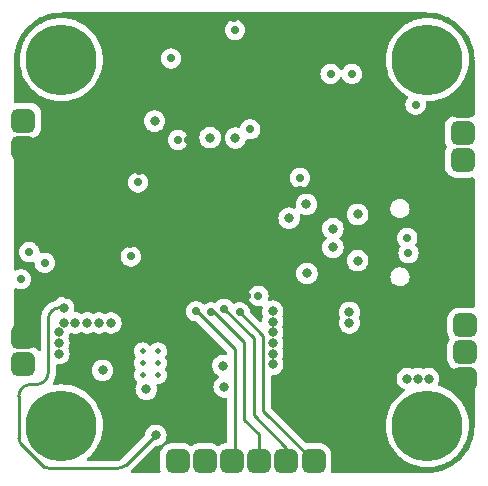
<source format=gbr>
%TF.GenerationSoftware,KiCad,Pcbnew,(6.0.0)*%
%TF.CreationDate,2022-08-29T11:56:51+07:00*%
%TF.ProjectId,FlightBit,466c6967-6874-4426-9974-2e6b69636164,rev?*%
%TF.SameCoordinates,Original*%
%TF.FileFunction,Copper,L3,Inr*%
%TF.FilePolarity,Positive*%
%FSLAX46Y46*%
G04 Gerber Fmt 4.6, Leading zero omitted, Abs format (unit mm)*
G04 Created by KiCad (PCBNEW (6.0.0)) date 2022-08-29 11:56:51*
%MOMM*%
%LPD*%
G01*
G04 APERTURE LIST*
G04 Aperture macros list*
%AMRoundRect*
0 Rectangle with rounded corners*
0 $1 Rounding radius*
0 $2 $3 $4 $5 $6 $7 $8 $9 X,Y pos of 4 corners*
0 Add a 4 corners polygon primitive as box body*
4,1,4,$2,$3,$4,$5,$6,$7,$8,$9,$2,$3,0*
0 Add four circle primitives for the rounded corners*
1,1,$1+$1,$2,$3*
1,1,$1+$1,$4,$5*
1,1,$1+$1,$6,$7*
1,1,$1+$1,$8,$9*
0 Add four rect primitives between the rounded corners*
20,1,$1+$1,$2,$3,$4,$5,0*
20,1,$1+$1,$4,$5,$6,$7,0*
20,1,$1+$1,$6,$7,$8,$9,0*
20,1,$1+$1,$8,$9,$2,$3,0*%
G04 Aperture macros list end*
%TA.AperFunction,ComponentPad*%
%ADD10RoundRect,0.500000X-0.500000X-0.500000X0.500000X-0.500000X0.500000X0.500000X-0.500000X0.500000X0*%
%TD*%
%TA.AperFunction,ComponentPad*%
%ADD11RoundRect,0.500000X-0.500000X0.500000X-0.500000X-0.500000X0.500000X-0.500000X0.500000X0.500000X0*%
%TD*%
%TA.AperFunction,ComponentPad*%
%ADD12O,2.000000X0.900000*%
%TD*%
%TA.AperFunction,ComponentPad*%
%ADD13O,1.700000X0.900000*%
%TD*%
%TA.AperFunction,ComponentPad*%
%ADD14C,6.000000*%
%TD*%
%TA.AperFunction,ComponentPad*%
%ADD15RoundRect,0.500000X0.500000X0.500000X-0.500000X0.500000X-0.500000X-0.500000X0.500000X-0.500000X0*%
%TD*%
%TA.AperFunction,ComponentPad*%
%ADD16C,0.500000*%
%TD*%
%TA.AperFunction,ViaPad*%
%ADD17C,0.700000*%
%TD*%
%TA.AperFunction,ViaPad*%
%ADD18C,0.800000*%
%TD*%
%TA.AperFunction,Conductor*%
%ADD19C,0.250000*%
%TD*%
G04 APERTURE END LIST*
D10*
%TO.N,GND*%
%TO.C,J3*%
X158400000Y-108772000D03*
%TO.N,+5V*%
X158400000Y-106486000D03*
%TO.N,/PPM*%
X158400000Y-104200000D03*
%TD*%
D11*
%TO.N,GNDPWR*%
%TO.C,J4*%
X134068000Y-115700000D03*
%TO.N,/VBAT*%
X136354000Y-115700000D03*
%TO.N,/TIM3_S1*%
X138640000Y-115700000D03*
%TO.N,/TIM3_S2*%
X140926000Y-115700000D03*
%TO.N,/TIM3_S3*%
X143258000Y-115700000D03*
%TO.N,/TIM3_S4*%
X145558000Y-115700000D03*
%TD*%
D12*
%TO.N,GND*%
%TO.C,J2*%
X152395000Y-92880000D03*
X152395000Y-101520000D03*
D13*
X156565000Y-92880000D03*
X156565000Y-101520000D03*
%TD*%
D14*
%TO.N,N/C*%
%TO.C,H2*%
X124200000Y-81700000D03*
%TD*%
%TO.N,N/C*%
%TO.C,H4*%
X124200000Y-112700000D03*
%TD*%
%TO.N,N/C*%
%TO.C,H3*%
X155200000Y-81700000D03*
%TD*%
D15*
%TO.N,GND*%
%TO.C,J1*%
X158200000Y-85628000D03*
%TO.N,+5V*%
X158200000Y-87914000D03*
%TO.N,/SBUS*%
X158200000Y-90200000D03*
%TD*%
D10*
%TO.N,GND*%
%TO.C,J5*%
X121000000Y-89143000D03*
%TO.N,+5V*%
X121000000Y-86857000D03*
%TD*%
D16*
%TO.N,N/C*%
%TO.C,U3*%
X132400000Y-106400000D03*
X132400000Y-107400000D03*
X131100000Y-107400000D03*
X131100000Y-106400000D03*
X132400000Y-108400000D03*
X131100000Y-108400000D03*
%TD*%
D14*
%TO.N,N/C*%
%TO.C,H1*%
X155200000Y-112700000D03*
%TD*%
D15*
%TO.N,GND*%
%TO.C,J6*%
X121000000Y-105200000D03*
%TO.N,+3V3*%
X121000000Y-107486000D03*
%TD*%
D17*
%TO.N,+3V3*%
X122800000Y-98900000D03*
X140900000Y-101700000D03*
X154200000Y-85500000D03*
X134074099Y-88495612D03*
X140200000Y-87600000D03*
X120800000Y-100300000D03*
X130086620Y-98359491D03*
X121500000Y-98000000D03*
X130700000Y-92100000D03*
D18*
X155300000Y-108700000D03*
D17*
X133500000Y-81600000D03*
D18*
X153500000Y-108700000D03*
D17*
X138900000Y-79200000D03*
X147000000Y-82900000D03*
D18*
X154400000Y-108700000D03*
D17*
X144400000Y-91700000D03*
%TO.N,GND*%
X154500000Y-86900000D03*
X124700000Y-101600000D03*
D18*
X154200000Y-103400000D03*
D17*
X138800000Y-78200000D03*
X136100000Y-78000000D03*
D18*
X153300000Y-103400000D03*
D17*
X144300000Y-78200000D03*
D18*
X124400000Y-99800000D03*
D17*
X140300000Y-83900000D03*
X139900000Y-101700000D03*
X121500000Y-92300000D03*
D18*
X150700000Y-100500000D03*
D17*
X149900000Y-78200000D03*
X135800000Y-86900000D03*
D18*
X155100000Y-104300000D03*
X126300000Y-93600000D03*
X154200000Y-104300000D03*
X155100000Y-103400000D03*
D17*
X144400000Y-92700000D03*
D18*
X153300000Y-104300000D03*
D17*
X130026944Y-97326944D03*
D18*
X150700000Y-94000000D03*
D17*
X134973056Y-88526944D03*
X130800000Y-91100000D03*
X133600000Y-83800000D03*
D18*
%TO.N,/VIN*%
X127700000Y-108000000D03*
X137900000Y-107600000D03*
%TO.N,GNDPWR*%
X127400000Y-104000000D03*
X142100000Y-106600000D03*
X124000000Y-105700000D03*
X142100000Y-105700000D03*
X142100000Y-103900000D03*
X142100000Y-104800000D03*
X142100000Y-107500000D03*
X126400000Y-104000000D03*
X128400000Y-104000000D03*
X124000000Y-106600000D03*
X124000000Y-104800000D03*
X142100000Y-103000000D03*
X124400000Y-104000000D03*
X125400000Y-104000000D03*
%TO.N,/BST*%
X131400000Y-109600000D03*
X138000000Y-109400000D03*
%TO.N,+5V*%
X148600000Y-104000000D03*
D17*
X148800000Y-82900000D03*
D18*
X132100000Y-86900000D03*
X148600000Y-103100000D03*
X145000000Y-99800000D03*
%TO.N,/VBAT*%
X124400000Y-102700000D03*
X132200000Y-113500000D03*
D17*
%TO.N,/D-*%
X153500000Y-96800000D03*
X153600000Y-98100000D03*
D18*
%TO.N,VBUS*%
X149300000Y-94800000D03*
X149300000Y-98719500D03*
D17*
%TO.N,/TIM3_S1*%
X135600000Y-103000000D03*
%TO.N,/TIM3_S2*%
X136900000Y-103100000D03*
%TO.N,/TIM3_S3*%
X138000000Y-102800000D03*
%TO.N,/TIM3_S4*%
X139300000Y-103100000D03*
D18*
%TO.N,/UART1_RX*%
X144953722Y-93946278D03*
X143496278Y-95124501D03*
%TO.N,/IMU_SDA*%
X138947408Y-88334260D03*
X136800000Y-88300000D03*
%TO.N,/USB_DP*%
X147200000Y-96000500D03*
X147200000Y-97600000D03*
%TD*%
D19*
%TO.N,/VBAT*%
X132200000Y-113500000D02*
X129692893Y-116007107D01*
X124100000Y-102700000D02*
X124400000Y-102700000D01*
X121600000Y-109200000D02*
X122100000Y-109200000D01*
X120600000Y-113792893D02*
X120600000Y-110200000D01*
X123100000Y-108200000D02*
X123100000Y-103700000D01*
X128985786Y-116300000D02*
X123107107Y-116300000D01*
X122753553Y-116153553D02*
X120746446Y-114146446D01*
X122753553Y-116153553D02*
G75*
G03*
X123107107Y-116300000I353553J353550D01*
G01*
X123100000Y-108200000D02*
G75*
G02*
X122100000Y-109200000I-999999J-1D01*
G01*
X121600000Y-109200000D02*
G75*
G03*
X120600000Y-110200000I-1J-999999D01*
G01*
X120600001Y-113792893D02*
G75*
G03*
X120746446Y-114146446I500001J0D01*
G01*
X124100000Y-102700000D02*
G75*
G03*
X123100000Y-103700000I-1J-999999D01*
G01*
X129692893Y-116007107D02*
G75*
G02*
X128985786Y-116300000I-707106J707106D01*
G01*
%TO.N,/TIM3_S1*%
X138900000Y-115440000D02*
X138640000Y-115700000D01*
X138900000Y-106200000D02*
X138900000Y-115440000D01*
X135700000Y-103000000D02*
X138900000Y-106200000D01*
X135600000Y-103000000D02*
X135700000Y-103000000D01*
%TO.N,/TIM3_S2*%
X140926000Y-113426000D02*
X140926000Y-115700000D01*
X136900000Y-103100000D02*
X137153888Y-103100000D01*
X139700000Y-105646112D02*
X139700000Y-112200000D01*
X139700000Y-112200000D02*
X140926000Y-113426000D01*
X137153888Y-103100000D02*
X139700000Y-105646112D01*
%TO.N,/TIM3_S3*%
X138000000Y-102800000D02*
X140500000Y-105300000D01*
X140500000Y-105300000D02*
X140500000Y-111800000D01*
X143258000Y-114558000D02*
X143258000Y-115700000D01*
X140500000Y-111800000D02*
X143258000Y-114558000D01*
%TO.N,/TIM3_S4*%
X141300000Y-111442000D02*
X145558000Y-115700000D01*
X139300000Y-103100000D02*
X141300000Y-105100000D01*
X141300000Y-105100000D02*
X141300000Y-111442000D01*
%TD*%
%TA.AperFunction,Conductor*%
%TO.N,GND*%
G36*
X155170057Y-77709500D02*
G01*
X155184858Y-77711805D01*
X155184861Y-77711805D01*
X155193730Y-77713186D01*
X155213626Y-77710584D01*
X155235784Y-77709654D01*
X155562518Y-77724760D01*
X155574107Y-77725834D01*
X155927764Y-77775167D01*
X155939204Y-77777306D01*
X156286799Y-77859060D01*
X156297987Y-77862243D01*
X156636553Y-77975719D01*
X156647398Y-77979919D01*
X156810732Y-78052039D01*
X156974063Y-78124157D01*
X156984468Y-78129337D01*
X157296441Y-78303105D01*
X157306318Y-78309221D01*
X157600912Y-78511023D01*
X157610200Y-78518037D01*
X157884919Y-78746160D01*
X157893519Y-78754001D01*
X158145999Y-79006481D01*
X158153840Y-79015081D01*
X158381963Y-79289800D01*
X158388977Y-79299088D01*
X158590779Y-79593682D01*
X158596895Y-79603559D01*
X158770663Y-79915532D01*
X158775843Y-79925937D01*
X158920079Y-80252598D01*
X158924283Y-80263451D01*
X159037756Y-80602011D01*
X159040941Y-80613204D01*
X159122694Y-80960796D01*
X159124833Y-80972236D01*
X159174166Y-81325893D01*
X159175240Y-81337482D01*
X159190003Y-81656816D01*
X159188638Y-81682015D01*
X159186814Y-81693730D01*
X159187978Y-81702632D01*
X159187978Y-81702635D01*
X159190936Y-81725251D01*
X159192000Y-81741589D01*
X159192000Y-86337440D01*
X159171998Y-86405561D01*
X159118342Y-86452054D01*
X159048068Y-86462158D01*
X159017578Y-86453764D01*
X159013470Y-86452054D01*
X158996284Y-86444900D01*
X158990248Y-86443683D01*
X158990245Y-86443682D01*
X158806996Y-86406733D01*
X158806995Y-86406733D01*
X158802408Y-86405808D01*
X158796328Y-86405500D01*
X157603672Y-86405500D01*
X157597592Y-86405808D01*
X157593005Y-86406733D01*
X157593004Y-86406733D01*
X157409755Y-86443682D01*
X157409752Y-86443683D01*
X157403716Y-86444900D01*
X157221127Y-86520905D01*
X157216008Y-86524332D01*
X157216004Y-86524334D01*
X157061901Y-86627496D01*
X157061896Y-86627500D01*
X157056777Y-86630927D01*
X156916927Y-86770777D01*
X156913500Y-86775896D01*
X156913496Y-86775901D01*
X156810334Y-86930004D01*
X156810332Y-86930008D01*
X156806905Y-86935127D01*
X156730900Y-87117716D01*
X156729683Y-87123752D01*
X156729682Y-87123755D01*
X156698727Y-87277279D01*
X156691808Y-87311592D01*
X156691500Y-87317672D01*
X156691500Y-88510328D01*
X156691808Y-88516408D01*
X156692733Y-88520995D01*
X156692733Y-88520996D01*
X156722480Y-88668523D01*
X156730900Y-88710284D01*
X156806905Y-88892873D01*
X156810332Y-88897992D01*
X156810334Y-88897996D01*
X156869855Y-88986907D01*
X156891129Y-89054641D01*
X156869855Y-89127093D01*
X156810334Y-89216004D01*
X156810332Y-89216008D01*
X156806905Y-89221127D01*
X156804536Y-89226818D01*
X156798471Y-89241388D01*
X156730900Y-89403716D01*
X156691808Y-89597592D01*
X156691500Y-89603672D01*
X156691500Y-90796328D01*
X156691808Y-90802408D01*
X156692733Y-90806995D01*
X156692733Y-90806996D01*
X156721515Y-90949737D01*
X156730900Y-90996284D01*
X156806905Y-91178873D01*
X156810332Y-91183992D01*
X156810334Y-91183996D01*
X156913496Y-91338099D01*
X156913500Y-91338104D01*
X156916927Y-91343223D01*
X157056777Y-91483073D01*
X157061896Y-91486500D01*
X157061901Y-91486504D01*
X157216004Y-91589666D01*
X157216008Y-91589668D01*
X157221127Y-91593095D01*
X157403716Y-91669100D01*
X157409752Y-91670317D01*
X157409755Y-91670318D01*
X157593004Y-91707267D01*
X157597592Y-91708192D01*
X157603672Y-91708500D01*
X158796328Y-91708500D01*
X158802408Y-91708192D01*
X158806996Y-91707267D01*
X158990245Y-91670318D01*
X158990248Y-91670317D01*
X158996284Y-91669100D01*
X159017578Y-91660236D01*
X159088154Y-91652523D01*
X159151697Y-91684191D01*
X159188031Y-91745186D01*
X159192000Y-91776560D01*
X159192000Y-102576095D01*
X159171998Y-102644216D01*
X159118342Y-102690709D01*
X159041096Y-102699609D01*
X159002408Y-102691808D01*
X158996328Y-102691500D01*
X157803672Y-102691500D01*
X157797592Y-102691808D01*
X157793005Y-102692733D01*
X157793004Y-102692733D01*
X157609755Y-102729682D01*
X157609752Y-102729683D01*
X157603716Y-102730900D01*
X157421127Y-102806905D01*
X157416008Y-102810332D01*
X157416004Y-102810334D01*
X157261901Y-102913496D01*
X157261896Y-102913500D01*
X157256777Y-102916927D01*
X157116927Y-103056777D01*
X157113500Y-103061896D01*
X157113496Y-103061901D01*
X157010334Y-103216004D01*
X157010332Y-103216008D01*
X157006905Y-103221127D01*
X156930900Y-103403716D01*
X156929683Y-103409752D01*
X156929682Y-103409755D01*
X156901404Y-103550000D01*
X156891808Y-103597592D01*
X156891500Y-103603672D01*
X156891500Y-104796328D01*
X156891808Y-104802408D01*
X156892733Y-104806995D01*
X156892733Y-104806996D01*
X156908599Y-104885681D01*
X156930900Y-104996284D01*
X157006905Y-105178873D01*
X157010332Y-105183992D01*
X157010334Y-105183996D01*
X157069855Y-105272907D01*
X157091129Y-105340641D01*
X157069855Y-105413093D01*
X157010334Y-105502004D01*
X157010332Y-105502008D01*
X157006905Y-105507127D01*
X156930900Y-105689716D01*
X156929683Y-105695752D01*
X156929682Y-105695755D01*
X156892733Y-105879004D01*
X156891808Y-105883592D01*
X156891500Y-105889672D01*
X156891500Y-107082328D01*
X156891808Y-107088408D01*
X156892733Y-107092995D01*
X156892733Y-107092996D01*
X156929221Y-107273955D01*
X156930900Y-107282284D01*
X157006905Y-107464873D01*
X157010332Y-107469992D01*
X157010334Y-107469996D01*
X157113496Y-107624099D01*
X157113500Y-107624104D01*
X157116927Y-107629223D01*
X157256777Y-107769073D01*
X157261896Y-107772500D01*
X157261901Y-107772504D01*
X157416004Y-107875666D01*
X157416008Y-107875668D01*
X157421127Y-107879095D01*
X157603716Y-107955100D01*
X157609752Y-107956317D01*
X157609755Y-107956318D01*
X157789364Y-107992533D01*
X157797592Y-107994192D01*
X157803672Y-107994500D01*
X158996328Y-107994500D01*
X159002408Y-107994192D01*
X159041096Y-107986391D01*
X159111825Y-107992533D01*
X159168006Y-108035940D01*
X159192000Y-108109905D01*
X159192000Y-112650672D01*
X159190500Y-112670056D01*
X159186814Y-112693730D01*
X159188796Y-112708882D01*
X159189416Y-112713626D01*
X159190346Y-112735784D01*
X159175240Y-113062518D01*
X159174166Y-113074107D01*
X159124833Y-113427764D01*
X159122694Y-113439204D01*
X159096349Y-113551218D01*
X159040941Y-113786796D01*
X159037757Y-113797987D01*
X158928623Y-114123601D01*
X158924283Y-114136549D01*
X158920081Y-114147398D01*
X158865343Y-114271367D01*
X158775843Y-114474063D01*
X158770663Y-114484468D01*
X158596895Y-114796441D01*
X158590779Y-114806318D01*
X158388977Y-115100912D01*
X158381963Y-115110200D01*
X158153840Y-115384919D01*
X158145999Y-115393519D01*
X157893519Y-115645999D01*
X157884919Y-115653840D01*
X157610200Y-115881963D01*
X157600912Y-115888977D01*
X157306318Y-116090779D01*
X157296441Y-116096895D01*
X156984468Y-116270663D01*
X156974063Y-116275843D01*
X156903509Y-116306996D01*
X156647398Y-116420081D01*
X156636553Y-116424281D01*
X156358192Y-116517578D01*
X156297989Y-116537756D01*
X156286799Y-116540940D01*
X156086059Y-116588154D01*
X155939204Y-116622694D01*
X155927764Y-116624833D01*
X155574107Y-116674166D01*
X155562519Y-116675240D01*
X155541389Y-116676217D01*
X155243184Y-116690003D01*
X155217985Y-116688638D01*
X155215142Y-116688195D01*
X155215140Y-116688195D01*
X155206270Y-116686814D01*
X155197368Y-116687978D01*
X155197365Y-116687978D01*
X155174749Y-116690936D01*
X155158411Y-116692000D01*
X147134560Y-116692000D01*
X147066439Y-116671998D01*
X147019946Y-116618342D01*
X147009842Y-116548068D01*
X147018236Y-116517578D01*
X147024732Y-116501972D01*
X147027100Y-116496284D01*
X147034168Y-116461233D01*
X147065267Y-116306996D01*
X147065267Y-116306995D01*
X147066192Y-116302408D01*
X147066500Y-116296328D01*
X147066500Y-115103672D01*
X147066192Y-115097592D01*
X147056771Y-115050867D01*
X147028318Y-114909755D01*
X147028317Y-114909752D01*
X147027100Y-114903716D01*
X146951095Y-114721127D01*
X146947668Y-114716008D01*
X146947666Y-114716004D01*
X146844504Y-114561901D01*
X146844500Y-114561896D01*
X146841073Y-114556777D01*
X146701223Y-114416927D01*
X146696104Y-114413500D01*
X146696099Y-114413496D01*
X146541996Y-114310334D01*
X146541992Y-114310332D01*
X146536873Y-114306905D01*
X146531180Y-114304535D01*
X146451499Y-114271367D01*
X146354284Y-114230900D01*
X146348248Y-114229683D01*
X146348245Y-114229682D01*
X146164996Y-114192733D01*
X146164995Y-114192733D01*
X146160408Y-114191808D01*
X146154328Y-114191500D01*
X144997595Y-114191500D01*
X144929474Y-114171498D01*
X144908500Y-114154595D01*
X143453905Y-112700000D01*
X151686685Y-112700000D01*
X151705931Y-113067241D01*
X151706444Y-113070481D01*
X151706445Y-113070489D01*
X151732279Y-113233595D01*
X151763459Y-113430459D01*
X151858639Y-113785674D01*
X151990427Y-114128994D01*
X151991925Y-114131934D01*
X152151647Y-114445405D01*
X152157380Y-114456657D01*
X152159176Y-114459423D01*
X152159178Y-114459426D01*
X152175449Y-114484481D01*
X152357668Y-114765075D01*
X152589098Y-115050867D01*
X152849133Y-115310902D01*
X153134925Y-115542332D01*
X153175987Y-115568998D01*
X153320598Y-115662909D01*
X153443342Y-115742620D01*
X153446276Y-115744115D01*
X153446283Y-115744119D01*
X153513972Y-115778608D01*
X153771006Y-115909573D01*
X154114326Y-116041361D01*
X154469541Y-116136541D01*
X154662558Y-116167112D01*
X154829511Y-116193555D01*
X154829519Y-116193556D01*
X154832759Y-116194069D01*
X155200000Y-116213315D01*
X155567241Y-116194069D01*
X155570481Y-116193556D01*
X155570489Y-116193555D01*
X155737442Y-116167112D01*
X155930459Y-116136541D01*
X156285674Y-116041361D01*
X156628994Y-115909573D01*
X156886028Y-115778608D01*
X156953717Y-115744119D01*
X156953724Y-115744115D01*
X156956658Y-115742620D01*
X157079403Y-115662909D01*
X157224013Y-115568998D01*
X157265075Y-115542332D01*
X157550867Y-115310902D01*
X157810902Y-115050867D01*
X158042332Y-114765075D01*
X158224551Y-114484481D01*
X158240822Y-114459426D01*
X158240824Y-114459423D01*
X158242620Y-114456657D01*
X158248354Y-114445405D01*
X158408075Y-114131934D01*
X158409573Y-114128994D01*
X158541361Y-113785674D01*
X158636541Y-113430459D01*
X158667721Y-113233595D01*
X158693555Y-113070489D01*
X158693556Y-113070481D01*
X158694069Y-113067241D01*
X158713315Y-112700000D01*
X158694069Y-112332759D01*
X158636541Y-111969541D01*
X158541361Y-111614326D01*
X158409573Y-111271006D01*
X158350051Y-111154188D01*
X158244119Y-110946284D01*
X158244115Y-110946277D01*
X158242620Y-110943343D01*
X158042332Y-110634925D01*
X157810902Y-110349133D01*
X157550867Y-110089098D01*
X157265075Y-109857668D01*
X157084687Y-109740523D01*
X156959427Y-109659178D01*
X156959424Y-109659176D01*
X156956658Y-109657380D01*
X156953724Y-109655885D01*
X156953717Y-109655881D01*
X156631934Y-109491925D01*
X156628994Y-109490427D01*
X156285674Y-109358639D01*
X156211060Y-109338646D01*
X156169847Y-109327603D01*
X156109224Y-109290651D01*
X156078203Y-109226790D01*
X156086631Y-109156296D01*
X156093339Y-109142896D01*
X156131223Y-109077279D01*
X156131224Y-109077278D01*
X156134527Y-109071556D01*
X156193542Y-108889928D01*
X156194553Y-108880314D01*
X156212814Y-108706565D01*
X156213504Y-108700000D01*
X156196882Y-108541852D01*
X156194232Y-108516635D01*
X156194232Y-108516633D01*
X156193542Y-108510072D01*
X156134527Y-108328444D01*
X156039040Y-108163056D01*
X155950042Y-108064213D01*
X155915675Y-108026045D01*
X155915674Y-108026044D01*
X155911253Y-108021134D01*
X155756752Y-107908882D01*
X155750724Y-107906198D01*
X155750722Y-107906197D01*
X155588319Y-107833891D01*
X155588318Y-107833891D01*
X155582288Y-107831206D01*
X155482861Y-107810072D01*
X155401944Y-107792872D01*
X155401939Y-107792872D01*
X155395487Y-107791500D01*
X155204513Y-107791500D01*
X155198061Y-107792872D01*
X155198056Y-107792872D01*
X155117139Y-107810072D01*
X155017712Y-107831206D01*
X155011682Y-107833891D01*
X155011681Y-107833891D01*
X154982507Y-107846880D01*
X154901248Y-107883059D01*
X154830882Y-107892493D01*
X154798754Y-107883060D01*
X154717493Y-107846880D01*
X154688319Y-107833891D01*
X154688318Y-107833891D01*
X154682288Y-107831206D01*
X154582861Y-107810072D01*
X154501944Y-107792872D01*
X154501939Y-107792872D01*
X154495487Y-107791500D01*
X154304513Y-107791500D01*
X154298061Y-107792872D01*
X154298056Y-107792872D01*
X154217139Y-107810072D01*
X154117712Y-107831206D01*
X154111682Y-107833891D01*
X154111681Y-107833891D01*
X154082507Y-107846880D01*
X154001248Y-107883059D01*
X153930882Y-107892493D01*
X153898754Y-107883060D01*
X153817493Y-107846880D01*
X153788319Y-107833891D01*
X153788318Y-107833891D01*
X153782288Y-107831206D01*
X153682861Y-107810072D01*
X153601944Y-107792872D01*
X153601939Y-107792872D01*
X153595487Y-107791500D01*
X153404513Y-107791500D01*
X153398061Y-107792872D01*
X153398056Y-107792872D01*
X153317139Y-107810072D01*
X153217712Y-107831206D01*
X153211682Y-107833891D01*
X153211681Y-107833891D01*
X153049278Y-107906197D01*
X153049276Y-107906198D01*
X153043248Y-107908882D01*
X152888747Y-108021134D01*
X152884326Y-108026044D01*
X152884325Y-108026045D01*
X152849959Y-108064213D01*
X152760960Y-108163056D01*
X152665473Y-108328444D01*
X152606458Y-108510072D01*
X152605768Y-108516633D01*
X152605768Y-108516635D01*
X152603118Y-108541852D01*
X152586496Y-108700000D01*
X152587186Y-108706565D01*
X152605448Y-108880314D01*
X152606458Y-108889928D01*
X152665473Y-109071556D01*
X152760960Y-109236944D01*
X152765378Y-109241851D01*
X152765379Y-109241852D01*
X152871602Y-109359825D01*
X152888747Y-109378866D01*
X153043248Y-109491118D01*
X153049276Y-109493802D01*
X153049278Y-109493803D01*
X153217712Y-109568794D01*
X153216835Y-109570763D01*
X153267141Y-109605168D01*
X153294772Y-109670567D01*
X153282659Y-109740523D01*
X153238217Y-109790590D01*
X153134925Y-109857668D01*
X152849133Y-110089098D01*
X152589098Y-110349133D01*
X152357668Y-110634925D01*
X152157380Y-110943343D01*
X152155885Y-110946277D01*
X152155881Y-110946284D01*
X152049949Y-111154188D01*
X151990427Y-111271006D01*
X151858639Y-111614326D01*
X151763459Y-111969541D01*
X151705931Y-112332759D01*
X151686685Y-112700000D01*
X143453905Y-112700000D01*
X141970405Y-111216500D01*
X141936379Y-111154188D01*
X141933500Y-111127405D01*
X141933500Y-108534500D01*
X141953502Y-108466379D01*
X142007158Y-108419886D01*
X142059500Y-108408500D01*
X142195487Y-108408500D01*
X142201939Y-108407128D01*
X142201944Y-108407128D01*
X142295521Y-108387237D01*
X142382288Y-108368794D01*
X142458800Y-108334729D01*
X142550722Y-108293803D01*
X142550724Y-108293802D01*
X142556752Y-108291118D01*
X142573616Y-108278866D01*
X142638583Y-108231664D01*
X142711253Y-108178866D01*
X142839040Y-108036944D01*
X142922439Y-107892493D01*
X142931223Y-107877279D01*
X142931224Y-107877278D01*
X142934527Y-107871556D01*
X142993542Y-107689928D01*
X143013504Y-107500000D01*
X143010368Y-107470166D01*
X142994232Y-107316635D01*
X142994232Y-107316633D01*
X142993542Y-107310072D01*
X142934527Y-107128444D01*
X142925611Y-107113001D01*
X142908872Y-107044007D01*
X142925611Y-106986998D01*
X142931224Y-106977277D01*
X142934527Y-106971556D01*
X142993542Y-106789928D01*
X142998547Y-106742314D01*
X143012814Y-106606565D01*
X143013504Y-106600000D01*
X143009163Y-106558699D01*
X142994232Y-106416635D01*
X142994232Y-106416633D01*
X142993542Y-106410072D01*
X142934527Y-106228444D01*
X142925611Y-106213001D01*
X142908872Y-106144007D01*
X142925611Y-106086998D01*
X142931224Y-106077277D01*
X142934527Y-106071556D01*
X142993542Y-105889928D01*
X142996468Y-105862095D01*
X143012814Y-105706565D01*
X143013504Y-105700000D01*
X143006941Y-105637554D01*
X142994232Y-105516635D01*
X142994232Y-105516633D01*
X142993542Y-105510072D01*
X142934527Y-105328444D01*
X142925611Y-105313001D01*
X142908872Y-105244007D01*
X142925611Y-105186998D01*
X142927345Y-105183996D01*
X142934527Y-105171556D01*
X142993542Y-104989928D01*
X143013504Y-104800000D01*
X143001181Y-104682749D01*
X142994232Y-104616635D01*
X142994232Y-104616633D01*
X142993542Y-104610072D01*
X142934527Y-104428444D01*
X142925611Y-104413001D01*
X142908872Y-104344007D01*
X142925611Y-104286998D01*
X142931224Y-104277277D01*
X142934527Y-104271556D01*
X142993542Y-104089928D01*
X143002994Y-104000000D01*
X147686496Y-104000000D01*
X147687186Y-104006565D01*
X147696608Y-104096206D01*
X147706458Y-104189928D01*
X147765473Y-104371556D01*
X147860960Y-104536944D01*
X147988747Y-104678866D01*
X148087843Y-104750864D01*
X148100000Y-104759696D01*
X148143248Y-104791118D01*
X148149276Y-104793802D01*
X148149278Y-104793803D01*
X148311681Y-104866109D01*
X148317712Y-104868794D01*
X148397159Y-104885681D01*
X148498056Y-104907128D01*
X148498061Y-104907128D01*
X148504513Y-104908500D01*
X148695487Y-104908500D01*
X148701939Y-104907128D01*
X148701944Y-104907128D01*
X148802841Y-104885681D01*
X148882288Y-104868794D01*
X148888319Y-104866109D01*
X149050722Y-104793803D01*
X149050724Y-104793802D01*
X149056752Y-104791118D01*
X149100001Y-104759696D01*
X149112157Y-104750864D01*
X149211253Y-104678866D01*
X149339040Y-104536944D01*
X149434527Y-104371556D01*
X149493542Y-104189928D01*
X149503393Y-104096206D01*
X149512814Y-104006565D01*
X149513504Y-104000000D01*
X149494833Y-103822352D01*
X149494232Y-103816635D01*
X149494232Y-103816633D01*
X149493542Y-103810072D01*
X149434527Y-103628444D01*
X149425611Y-103613001D01*
X149408872Y-103544007D01*
X149425611Y-103486998D01*
X149431224Y-103477277D01*
X149434527Y-103471556D01*
X149493542Y-103289928D01*
X149503393Y-103196206D01*
X149512814Y-103106565D01*
X149513504Y-103100000D01*
X149506433Y-103032725D01*
X149494232Y-102916635D01*
X149494232Y-102916633D01*
X149493542Y-102910072D01*
X149434527Y-102728444D01*
X149339040Y-102563056D01*
X149333703Y-102557128D01*
X149215675Y-102426045D01*
X149215674Y-102426044D01*
X149211253Y-102421134D01*
X149075222Y-102322301D01*
X149062094Y-102312763D01*
X149062093Y-102312762D01*
X149056752Y-102308882D01*
X149050724Y-102306198D01*
X149050722Y-102306197D01*
X148888319Y-102233891D01*
X148888318Y-102233891D01*
X148882288Y-102231206D01*
X148784028Y-102210320D01*
X148701944Y-102192872D01*
X148701939Y-102192872D01*
X148695487Y-102191500D01*
X148504513Y-102191500D01*
X148498061Y-102192872D01*
X148498056Y-102192872D01*
X148415972Y-102210320D01*
X148317712Y-102231206D01*
X148311682Y-102233891D01*
X148311681Y-102233891D01*
X148149278Y-102306197D01*
X148149276Y-102306198D01*
X148143248Y-102308882D01*
X148137907Y-102312762D01*
X148137906Y-102312763D01*
X148124778Y-102322301D01*
X147988747Y-102421134D01*
X147984326Y-102426044D01*
X147984325Y-102426045D01*
X147866298Y-102557128D01*
X147860960Y-102563056D01*
X147765473Y-102728444D01*
X147706458Y-102910072D01*
X147705768Y-102916633D01*
X147705768Y-102916635D01*
X147693567Y-103032725D01*
X147686496Y-103100000D01*
X147687186Y-103106565D01*
X147696608Y-103196206D01*
X147706458Y-103289928D01*
X147765473Y-103471556D01*
X147768776Y-103477277D01*
X147774389Y-103486998D01*
X147791128Y-103555993D01*
X147774390Y-103613000D01*
X147765473Y-103628444D01*
X147706458Y-103810072D01*
X147705768Y-103816633D01*
X147705768Y-103816635D01*
X147705167Y-103822352D01*
X147686496Y-104000000D01*
X143002994Y-104000000D01*
X143013504Y-103900000D01*
X143011998Y-103885673D01*
X142994232Y-103716635D01*
X142994232Y-103716633D01*
X142993542Y-103710072D01*
X142934527Y-103528444D01*
X142925611Y-103513001D01*
X142908872Y-103444007D01*
X142925611Y-103386998D01*
X142931224Y-103377277D01*
X142934527Y-103371556D01*
X142993542Y-103189928D01*
X143013504Y-103000000D01*
X143004052Y-102910072D01*
X142994232Y-102816635D01*
X142994232Y-102816633D01*
X142993542Y-102810072D01*
X142934527Y-102628444D01*
X142913837Y-102592607D01*
X142894145Y-102558500D01*
X142839040Y-102463056D01*
X142796538Y-102415852D01*
X142715675Y-102326045D01*
X142715674Y-102326044D01*
X142711253Y-102321134D01*
X142556752Y-102208882D01*
X142550724Y-102206198D01*
X142550722Y-102206197D01*
X142388319Y-102133891D01*
X142388318Y-102133891D01*
X142382288Y-102131206D01*
X142288887Y-102111353D01*
X142201944Y-102092872D01*
X142201939Y-102092872D01*
X142195487Y-102091500D01*
X142004513Y-102091500D01*
X141998061Y-102092872D01*
X141998056Y-102092872D01*
X141898613Y-102114010D01*
X141864532Y-102121254D01*
X141793742Y-102115852D01*
X141737110Y-102073035D01*
X141712616Y-102006398D01*
X141718503Y-101959071D01*
X141742325Y-101885754D01*
X141742325Y-101885753D01*
X141744365Y-101879475D01*
X141763229Y-101700000D01*
X141744365Y-101520525D01*
X141688599Y-101348893D01*
X141598367Y-101192607D01*
X141578186Y-101170193D01*
X141482035Y-101063407D01*
X141482034Y-101063406D01*
X141477613Y-101058496D01*
X141466282Y-101050263D01*
X141336957Y-100956303D01*
X141336956Y-100956302D01*
X141331615Y-100952422D01*
X141325587Y-100949738D01*
X141325585Y-100949737D01*
X141172783Y-100881705D01*
X141172781Y-100881705D01*
X141166752Y-100879020D01*
X141078492Y-100860260D01*
X140996689Y-100842872D01*
X140996685Y-100842872D01*
X140990232Y-100841500D01*
X140809768Y-100841500D01*
X140803315Y-100842872D01*
X140803311Y-100842872D01*
X140721508Y-100860260D01*
X140633248Y-100879020D01*
X140627219Y-100881704D01*
X140627217Y-100881705D01*
X140474416Y-100949737D01*
X140474414Y-100949738D01*
X140468386Y-100952422D01*
X140463045Y-100956302D01*
X140463044Y-100956303D01*
X140327731Y-101054613D01*
X140327729Y-101054615D01*
X140322387Y-101058496D01*
X140317966Y-101063406D01*
X140317965Y-101063407D01*
X140221815Y-101170193D01*
X140201633Y-101192607D01*
X140111401Y-101348893D01*
X140055635Y-101520525D01*
X140036771Y-101700000D01*
X140055635Y-101879475D01*
X140111401Y-102051107D01*
X140201633Y-102207393D01*
X140206051Y-102212300D01*
X140206052Y-102212301D01*
X140308468Y-102326045D01*
X140322387Y-102341504D01*
X140327729Y-102345385D01*
X140327731Y-102345387D01*
X140463043Y-102443697D01*
X140468385Y-102447578D01*
X140474413Y-102450262D01*
X140474415Y-102450263D01*
X140608748Y-102510072D01*
X140633248Y-102520980D01*
X140721508Y-102539740D01*
X140803311Y-102557128D01*
X140803315Y-102557128D01*
X140809768Y-102558500D01*
X140990232Y-102558500D01*
X140996685Y-102557128D01*
X140996689Y-102557128D01*
X141075395Y-102540398D01*
X141096835Y-102535841D01*
X141167626Y-102541243D01*
X141224259Y-102584060D01*
X141248752Y-102650698D01*
X141242865Y-102698023D01*
X141206458Y-102810072D01*
X141205768Y-102816633D01*
X141205768Y-102816635D01*
X141195948Y-102910072D01*
X141186496Y-103000000D01*
X141206458Y-103189928D01*
X141265473Y-103371556D01*
X141268776Y-103377277D01*
X141274389Y-103386998D01*
X141291128Y-103455993D01*
X141274390Y-103513000D01*
X141265473Y-103528444D01*
X141206458Y-103710072D01*
X141205768Y-103716633D01*
X141205768Y-103716635D01*
X141195982Y-103809748D01*
X141168969Y-103875405D01*
X141110748Y-103916035D01*
X141039802Y-103918738D01*
X140981579Y-103885675D01*
X140190940Y-103095035D01*
X140156916Y-103032725D01*
X140154727Y-103019113D01*
X140154594Y-103017842D01*
X140144365Y-102920525D01*
X140088599Y-102748893D01*
X140080422Y-102734729D01*
X140030864Y-102648893D01*
X139998367Y-102592607D01*
X139918400Y-102503794D01*
X139882035Y-102463407D01*
X139882034Y-102463406D01*
X139877613Y-102458496D01*
X139866282Y-102450263D01*
X139736957Y-102356303D01*
X139736956Y-102356302D01*
X139731615Y-102352422D01*
X139725587Y-102349738D01*
X139725585Y-102349737D01*
X139572783Y-102281705D01*
X139572781Y-102281705D01*
X139566752Y-102279020D01*
X139459876Y-102256303D01*
X139396689Y-102242872D01*
X139396685Y-102242872D01*
X139390232Y-102241500D01*
X139209768Y-102241500D01*
X139203315Y-102242872D01*
X139203311Y-102242872D01*
X139140124Y-102256303D01*
X139033248Y-102279020D01*
X139027219Y-102281704D01*
X139027217Y-102281705D01*
X138940887Y-102320142D01*
X138868386Y-102352422D01*
X138867649Y-102350768D01*
X138807250Y-102365425D01*
X138740156Y-102342208D01*
X138704118Y-102302567D01*
X138701671Y-102298328D01*
X138701666Y-102298322D01*
X138698367Y-102292607D01*
X138577613Y-102158496D01*
X138556109Y-102142872D01*
X138436957Y-102056303D01*
X138436956Y-102056302D01*
X138431615Y-102052422D01*
X138425587Y-102049738D01*
X138425585Y-102049737D01*
X138272783Y-101981705D01*
X138272781Y-101981705D01*
X138266752Y-101979020D01*
X138172898Y-101959071D01*
X138096689Y-101942872D01*
X138096685Y-101942872D01*
X138090232Y-101941500D01*
X137909768Y-101941500D01*
X137903315Y-101942872D01*
X137903311Y-101942872D01*
X137827102Y-101959071D01*
X137733248Y-101979020D01*
X137727219Y-101981704D01*
X137727217Y-101981705D01*
X137574416Y-102049737D01*
X137574414Y-102049738D01*
X137568386Y-102052422D01*
X137563045Y-102056302D01*
X137563044Y-102056303D01*
X137427731Y-102154613D01*
X137427729Y-102154615D01*
X137422387Y-102158496D01*
X137417966Y-102163406D01*
X137417965Y-102163407D01*
X137392670Y-102191500D01*
X137375725Y-102210320D01*
X137333023Y-102257745D01*
X137272577Y-102294985D01*
X137201594Y-102293633D01*
X137188137Y-102288541D01*
X137172787Y-102281706D01*
X137172779Y-102281703D01*
X137166752Y-102279020D01*
X137059876Y-102256303D01*
X136996689Y-102242872D01*
X136996685Y-102242872D01*
X136990232Y-102241500D01*
X136809768Y-102241500D01*
X136803315Y-102242872D01*
X136803311Y-102242872D01*
X136740124Y-102256303D01*
X136633248Y-102279020D01*
X136627219Y-102281704D01*
X136627217Y-102281705D01*
X136474416Y-102349737D01*
X136474414Y-102349738D01*
X136468386Y-102352422D01*
X136450489Y-102365425D01*
X136381081Y-102415852D01*
X136314213Y-102439710D01*
X136245062Y-102423629D01*
X136213385Y-102398225D01*
X136182035Y-102363407D01*
X136182034Y-102363406D01*
X136177613Y-102358496D01*
X136166977Y-102350768D01*
X136036957Y-102256303D01*
X136036956Y-102256302D01*
X136031615Y-102252422D01*
X136025587Y-102249738D01*
X136025585Y-102249737D01*
X135872783Y-102181705D01*
X135872781Y-102181705D01*
X135866752Y-102179020D01*
X135751925Y-102154613D01*
X135696689Y-102142872D01*
X135696685Y-102142872D01*
X135690232Y-102141500D01*
X135509768Y-102141500D01*
X135503315Y-102142872D01*
X135503311Y-102142872D01*
X135448075Y-102154613D01*
X135333248Y-102179020D01*
X135327219Y-102181704D01*
X135327217Y-102181705D01*
X135174416Y-102249737D01*
X135174414Y-102249738D01*
X135168386Y-102252422D01*
X135163045Y-102256302D01*
X135163044Y-102256303D01*
X135027731Y-102354613D01*
X135027729Y-102354615D01*
X135022387Y-102358496D01*
X135017966Y-102363406D01*
X135017965Y-102363407D01*
X134926028Y-102465514D01*
X134901633Y-102492607D01*
X134886802Y-102518295D01*
X134819579Y-102634729D01*
X134811401Y-102648893D01*
X134809359Y-102655178D01*
X134783512Y-102734729D01*
X134755635Y-102820525D01*
X134754945Y-102827088D01*
X134754945Y-102827089D01*
X134745124Y-102920525D01*
X134736771Y-103000000D01*
X134755635Y-103179475D01*
X134757675Y-103185753D01*
X134757675Y-103185754D01*
X134773483Y-103234406D01*
X134811401Y-103351107D01*
X134814704Y-103356829D01*
X134814705Y-103356830D01*
X134823207Y-103371556D01*
X134901633Y-103507393D01*
X134906051Y-103512300D01*
X134906052Y-103512301D01*
X135010628Y-103628444D01*
X135022387Y-103641504D01*
X135027729Y-103645385D01*
X135027731Y-103645387D01*
X135155823Y-103738451D01*
X135168385Y-103747578D01*
X135174413Y-103750262D01*
X135174415Y-103750263D01*
X135308748Y-103810072D01*
X135333248Y-103820980D01*
X135421508Y-103839740D01*
X135503311Y-103857128D01*
X135503315Y-103857128D01*
X135509768Y-103858500D01*
X135610406Y-103858500D01*
X135678527Y-103878502D01*
X135699501Y-103895405D01*
X138229595Y-106425499D01*
X138263621Y-106487811D01*
X138266500Y-106514594D01*
X138266500Y-106593508D01*
X138246498Y-106661629D01*
X138192842Y-106708122D01*
X138122568Y-106718226D01*
X138114303Y-106716755D01*
X138001944Y-106692872D01*
X138001939Y-106692872D01*
X137995487Y-106691500D01*
X137804513Y-106691500D01*
X137798061Y-106692872D01*
X137798056Y-106692872D01*
X137726313Y-106708122D01*
X137617712Y-106731206D01*
X137611682Y-106733891D01*
X137611681Y-106733891D01*
X137449278Y-106806197D01*
X137449276Y-106806198D01*
X137443248Y-106808882D01*
X137288747Y-106921134D01*
X137284326Y-106926044D01*
X137284325Y-106926045D01*
X137172716Y-107050000D01*
X137160960Y-107063056D01*
X137065473Y-107228444D01*
X137006458Y-107410072D01*
X137005768Y-107416633D01*
X137005768Y-107416635D01*
X136990837Y-107558699D01*
X136986496Y-107600000D01*
X136987186Y-107606565D01*
X137004627Y-107772504D01*
X137006458Y-107789928D01*
X137065473Y-107971556D01*
X137160960Y-108136944D01*
X137165378Y-108141851D01*
X137165379Y-108141852D01*
X137226056Y-108209241D01*
X137288747Y-108278866D01*
X137309306Y-108293803D01*
X137431179Y-108382349D01*
X137443248Y-108391118D01*
X137449274Y-108393801D01*
X137449281Y-108393805D01*
X137491722Y-108412700D01*
X137545818Y-108458679D01*
X137566468Y-108526607D01*
X137547116Y-108594915D01*
X137514535Y-108629743D01*
X137388747Y-108721134D01*
X137384326Y-108726044D01*
X137384325Y-108726045D01*
X137323316Y-108793803D01*
X137260960Y-108863056D01*
X137245035Y-108890639D01*
X137180085Y-109003136D01*
X137165473Y-109028444D01*
X137106458Y-109210072D01*
X137105768Y-109216633D01*
X137105768Y-109216635D01*
X137089233Y-109373955D01*
X137086496Y-109400000D01*
X137087186Y-109406565D01*
X137096158Y-109491925D01*
X137106458Y-109589928D01*
X137165473Y-109771556D01*
X137260960Y-109936944D01*
X137265378Y-109941851D01*
X137265379Y-109941852D01*
X137369437Y-110057420D01*
X137388747Y-110078866D01*
X137543248Y-110191118D01*
X137549276Y-110193802D01*
X137549278Y-110193803D01*
X137578205Y-110206682D01*
X137717712Y-110268794D01*
X137783365Y-110282749D01*
X137898056Y-110307128D01*
X137898061Y-110307128D01*
X137904513Y-110308500D01*
X138095487Y-110308500D01*
X138101942Y-110307128D01*
X138101951Y-110307127D01*
X138114306Y-110304501D01*
X138185097Y-110309904D01*
X138241728Y-110352722D01*
X138266221Y-110419361D01*
X138266500Y-110427748D01*
X138266500Y-114065500D01*
X138246498Y-114133621D01*
X138192842Y-114180114D01*
X138140500Y-114191500D01*
X138043672Y-114191500D01*
X138037592Y-114191808D01*
X138033005Y-114192733D01*
X138033004Y-114192733D01*
X137849755Y-114229682D01*
X137849752Y-114229683D01*
X137843716Y-114230900D01*
X137746501Y-114271367D01*
X137666821Y-114304535D01*
X137661127Y-114306905D01*
X137656008Y-114310332D01*
X137656004Y-114310334D01*
X137567093Y-114369855D01*
X137499359Y-114391129D01*
X137426907Y-114369855D01*
X137337996Y-114310334D01*
X137337992Y-114310332D01*
X137332873Y-114306905D01*
X137327180Y-114304535D01*
X137247499Y-114271367D01*
X137150284Y-114230900D01*
X137144248Y-114229683D01*
X137144245Y-114229682D01*
X136960996Y-114192733D01*
X136960995Y-114192733D01*
X136956408Y-114191808D01*
X136950328Y-114191500D01*
X135757672Y-114191500D01*
X135751592Y-114191808D01*
X135747005Y-114192733D01*
X135747004Y-114192733D01*
X135563755Y-114229682D01*
X135563752Y-114229683D01*
X135557716Y-114230900D01*
X135460501Y-114271367D01*
X135380821Y-114304535D01*
X135375127Y-114306905D01*
X135370008Y-114310332D01*
X135370004Y-114310334D01*
X135281093Y-114369855D01*
X135213359Y-114391129D01*
X135140907Y-114369855D01*
X135051996Y-114310334D01*
X135051992Y-114310332D01*
X135046873Y-114306905D01*
X135041180Y-114304535D01*
X134961499Y-114271367D01*
X134864284Y-114230900D01*
X134858248Y-114229683D01*
X134858245Y-114229682D01*
X134674996Y-114192733D01*
X134674995Y-114192733D01*
X134670408Y-114191808D01*
X134664328Y-114191500D01*
X133471672Y-114191500D01*
X133465592Y-114191808D01*
X133461005Y-114192733D01*
X133461004Y-114192733D01*
X133277755Y-114229682D01*
X133277752Y-114229683D01*
X133271716Y-114230900D01*
X133174501Y-114271367D01*
X133094821Y-114304535D01*
X133089127Y-114306905D01*
X133084008Y-114310332D01*
X133084004Y-114310334D01*
X132929901Y-114413496D01*
X132929896Y-114413500D01*
X132924777Y-114416927D01*
X132784927Y-114556777D01*
X132781500Y-114561896D01*
X132781496Y-114561901D01*
X132678334Y-114716004D01*
X132678332Y-114716008D01*
X132674905Y-114721127D01*
X132598900Y-114903716D01*
X132597683Y-114909752D01*
X132597682Y-114909755D01*
X132569229Y-115050867D01*
X132559808Y-115097592D01*
X132559500Y-115103672D01*
X132559500Y-116296328D01*
X132559808Y-116302408D01*
X132560733Y-116306995D01*
X132560733Y-116306996D01*
X132591833Y-116461233D01*
X132598900Y-116496284D01*
X132601268Y-116501972D01*
X132607764Y-116517578D01*
X132615477Y-116588154D01*
X132583809Y-116651697D01*
X132522814Y-116688031D01*
X132491440Y-116692000D01*
X130213106Y-116692000D01*
X130144985Y-116671998D01*
X130098492Y-116618342D01*
X130088388Y-116548068D01*
X130117882Y-116483488D01*
X130131017Y-116470410D01*
X130131291Y-116470175D01*
X130134587Y-116467700D01*
X130144135Y-116458349D01*
X130163347Y-116433847D01*
X130173406Y-116422498D01*
X132150500Y-114445405D01*
X132212812Y-114411379D01*
X132239595Y-114408500D01*
X132295487Y-114408500D01*
X132301939Y-114407128D01*
X132301944Y-114407128D01*
X132388887Y-114388647D01*
X132482288Y-114368794D01*
X132575070Y-114327485D01*
X132650722Y-114293803D01*
X132650724Y-114293802D01*
X132656752Y-114291118D01*
X132811253Y-114178866D01*
X132939040Y-114036944D01*
X133034527Y-113871556D01*
X133093542Y-113689928D01*
X133113504Y-113500000D01*
X133093542Y-113310072D01*
X133034527Y-113128444D01*
X133026137Y-113113911D01*
X132942341Y-112968774D01*
X132939040Y-112963056D01*
X132811253Y-112821134D01*
X132678478Y-112724667D01*
X132662094Y-112712763D01*
X132662093Y-112712762D01*
X132656752Y-112708882D01*
X132650724Y-112706198D01*
X132650722Y-112706197D01*
X132488319Y-112633891D01*
X132488318Y-112633891D01*
X132482288Y-112631206D01*
X132388887Y-112611353D01*
X132301944Y-112592872D01*
X132301939Y-112592872D01*
X132295487Y-112591500D01*
X132104513Y-112591500D01*
X132098061Y-112592872D01*
X132098056Y-112592872D01*
X132011113Y-112611353D01*
X131917712Y-112631206D01*
X131911682Y-112633891D01*
X131911681Y-112633891D01*
X131749278Y-112706197D01*
X131749276Y-112706198D01*
X131743248Y-112708882D01*
X131737907Y-112712762D01*
X131737906Y-112712763D01*
X131721522Y-112724667D01*
X131588747Y-112821134D01*
X131460960Y-112963056D01*
X131457659Y-112968774D01*
X131373864Y-113113911D01*
X131365473Y-113128444D01*
X131306458Y-113310072D01*
X131293483Y-113433528D01*
X131289093Y-113475293D01*
X131262080Y-113540950D01*
X131252878Y-113551218D01*
X129280311Y-115523784D01*
X129267920Y-115534652D01*
X129252424Y-115546542D01*
X129252422Y-115546544D01*
X129246401Y-115551164D01*
X129241650Y-115557094D01*
X129241649Y-115557095D01*
X129241642Y-115557103D01*
X129220019Y-115578278D01*
X129182195Y-115607302D01*
X129153712Y-115623746D01*
X129095969Y-115647664D01*
X129064196Y-115656177D01*
X129021194Y-115661838D01*
X129003431Y-115662909D01*
X128999998Y-115662873D01*
X128992470Y-115661882D01*
X128984925Y-115662715D01*
X128984921Y-115662715D01*
X128957534Y-115665739D01*
X128943707Y-115666500D01*
X126467552Y-115666500D01*
X126399431Y-115646498D01*
X126352938Y-115592842D01*
X126342834Y-115522568D01*
X126372328Y-115457988D01*
X126388258Y-115442580D01*
X126389643Y-115441459D01*
X126550867Y-115310902D01*
X126810902Y-115050867D01*
X127042332Y-114765075D01*
X127224551Y-114484481D01*
X127240822Y-114459426D01*
X127240824Y-114459423D01*
X127242620Y-114456657D01*
X127248354Y-114445405D01*
X127408075Y-114131934D01*
X127409573Y-114128994D01*
X127541361Y-113785674D01*
X127636541Y-113430459D01*
X127667721Y-113233595D01*
X127693555Y-113070489D01*
X127693556Y-113070481D01*
X127694069Y-113067241D01*
X127713315Y-112700000D01*
X127694069Y-112332759D01*
X127636541Y-111969541D01*
X127541361Y-111614326D01*
X127409573Y-111271006D01*
X127350051Y-111154188D01*
X127244119Y-110946284D01*
X127244115Y-110946277D01*
X127242620Y-110943343D01*
X127042332Y-110634925D01*
X126810902Y-110349133D01*
X126550867Y-110089098D01*
X126265075Y-109857668D01*
X126084687Y-109740523D01*
X125959427Y-109659178D01*
X125959424Y-109659176D01*
X125956658Y-109657380D01*
X125953724Y-109655885D01*
X125953717Y-109655881D01*
X125631934Y-109491925D01*
X125628994Y-109490427D01*
X125285674Y-109358639D01*
X124930459Y-109263459D01*
X124698940Y-109226790D01*
X124570489Y-109206445D01*
X124570481Y-109206444D01*
X124567241Y-109205931D01*
X124200000Y-109186685D01*
X123832759Y-109205931D01*
X123829519Y-109206444D01*
X123829511Y-109206445D01*
X123701060Y-109226790D01*
X123625150Y-109238813D01*
X123554740Y-109229713D01*
X123500426Y-109183991D01*
X123479453Y-109116163D01*
X123494852Y-109053979D01*
X123587525Y-108884261D01*
X123587526Y-108884259D01*
X123589680Y-108880314D01*
X123597369Y-108859700D01*
X123669767Y-108665594D01*
X123669769Y-108665588D01*
X123671336Y-108661386D01*
X123678220Y-108629743D01*
X123697339Y-108541852D01*
X123721004Y-108433065D01*
X123721845Y-108421313D01*
X123725793Y-108366109D01*
X123730988Y-108293463D01*
X123731575Y-108287526D01*
X123733500Y-108280030D01*
X123733500Y-108262843D01*
X123733821Y-108253855D01*
X123735093Y-108236069D01*
X123736029Y-108227301D01*
X123737433Y-108217440D01*
X123737433Y-108217435D01*
X123738013Y-108213363D01*
X123738153Y-108199999D01*
X123734413Y-108169092D01*
X123733500Y-108153957D01*
X123733500Y-108000000D01*
X126786496Y-108000000D01*
X126787186Y-108006565D01*
X126804235Y-108168774D01*
X126806458Y-108189928D01*
X126865473Y-108371556D01*
X126868776Y-108377278D01*
X126868777Y-108377279D01*
X126891921Y-108417366D01*
X126960960Y-108536944D01*
X126965378Y-108541851D01*
X126965379Y-108541852D01*
X127069056Y-108656997D01*
X127088747Y-108678866D01*
X127243248Y-108791118D01*
X127249276Y-108793802D01*
X127249278Y-108793803D01*
X127397286Y-108859700D01*
X127417712Y-108868794D01*
X127511113Y-108888647D01*
X127598056Y-108907128D01*
X127598061Y-108907128D01*
X127604513Y-108908500D01*
X127795487Y-108908500D01*
X127801939Y-108907128D01*
X127801944Y-108907128D01*
X127888887Y-108888647D01*
X127982288Y-108868794D01*
X128002714Y-108859700D01*
X128150722Y-108793803D01*
X128150724Y-108793802D01*
X128156752Y-108791118D01*
X128311253Y-108678866D01*
X128330944Y-108656997D01*
X128434621Y-108541852D01*
X128434622Y-108541851D01*
X128439040Y-108536944D01*
X128508079Y-108417366D01*
X128524258Y-108389343D01*
X130336775Y-108389343D01*
X130353381Y-108558699D01*
X130407094Y-108720167D01*
X130410741Y-108726189D01*
X130410742Y-108726191D01*
X130451690Y-108793803D01*
X130495246Y-108865723D01*
X130579427Y-108952895D01*
X130604301Y-108978653D01*
X130637233Y-109041550D01*
X130630933Y-109112266D01*
X130622783Y-109129180D01*
X130589483Y-109186858D01*
X130565473Y-109228444D01*
X130506458Y-109410072D01*
X130486496Y-109600000D01*
X130487186Y-109606565D01*
X130505129Y-109777279D01*
X130506458Y-109789928D01*
X130565473Y-109971556D01*
X130568776Y-109977278D01*
X130568777Y-109977279D01*
X130583967Y-110003589D01*
X130660960Y-110136944D01*
X130665378Y-110141851D01*
X130665379Y-110141852D01*
X130779678Y-110268794D01*
X130788747Y-110278866D01*
X130943248Y-110391118D01*
X130949276Y-110393802D01*
X130949278Y-110393803D01*
X131036077Y-110432448D01*
X131117712Y-110468794D01*
X131211113Y-110488647D01*
X131298056Y-110507128D01*
X131298061Y-110507128D01*
X131304513Y-110508500D01*
X131495487Y-110508500D01*
X131501939Y-110507128D01*
X131501944Y-110507128D01*
X131588888Y-110488647D01*
X131682288Y-110468794D01*
X131763923Y-110432448D01*
X131850722Y-110393803D01*
X131850724Y-110393802D01*
X131856752Y-110391118D01*
X132011253Y-110278866D01*
X132020322Y-110268794D01*
X132134621Y-110141852D01*
X132134622Y-110141851D01*
X132139040Y-110136944D01*
X132216033Y-110003589D01*
X132231223Y-109977279D01*
X132231224Y-109977278D01*
X132234527Y-109971556D01*
X132293542Y-109789928D01*
X132294872Y-109777279D01*
X132312814Y-109606565D01*
X132313504Y-109600000D01*
X132293542Y-109410072D01*
X132276830Y-109358639D01*
X132266668Y-109327362D01*
X132264641Y-109256394D01*
X132301303Y-109195597D01*
X132365015Y-109164271D01*
X132382616Y-109162945D01*
X132384015Y-109163132D01*
X132391026Y-109162494D01*
X132391030Y-109162494D01*
X132546462Y-109148348D01*
X132553483Y-109147709D01*
X132560185Y-109145531D01*
X132560187Y-109145531D01*
X132708623Y-109097301D01*
X132708626Y-109097300D01*
X132715322Y-109095124D01*
X132861490Y-109007990D01*
X132866584Y-109003139D01*
X132866588Y-109003136D01*
X132965965Y-108908500D01*
X132984721Y-108890639D01*
X132994380Y-108876102D01*
X133074990Y-108754773D01*
X133078891Y-108748902D01*
X133139319Y-108589825D01*
X133163001Y-108421313D01*
X133163180Y-108408500D01*
X133163244Y-108403961D01*
X133163244Y-108403955D01*
X133163299Y-108400000D01*
X133144331Y-108230892D01*
X133139647Y-108217440D01*
X133090686Y-108076846D01*
X133088368Y-108070189D01*
X133082383Y-108060610D01*
X133023346Y-107966133D01*
X133004210Y-107897764D01*
X133025252Y-107829636D01*
X133065489Y-107769073D01*
X133078891Y-107748902D01*
X133139319Y-107589825D01*
X133163001Y-107421313D01*
X133163299Y-107400000D01*
X133144331Y-107230892D01*
X133088368Y-107070189D01*
X133082383Y-107060610D01*
X133023346Y-106966133D01*
X133004210Y-106897764D01*
X133025252Y-106829636D01*
X133074990Y-106754773D01*
X133078891Y-106748902D01*
X133139319Y-106589825D01*
X133163001Y-106421313D01*
X133163299Y-106400000D01*
X133144331Y-106230892D01*
X133141240Y-106222014D01*
X133097473Y-106096334D01*
X133088368Y-106070189D01*
X133082383Y-106060610D01*
X133030497Y-105977577D01*
X132998192Y-105925879D01*
X132951644Y-105879004D01*
X132883248Y-105810129D01*
X132878286Y-105805132D01*
X132862039Y-105794821D01*
X132823406Y-105770304D01*
X132734608Y-105713951D01*
X132574300Y-105656868D01*
X132405329Y-105636720D01*
X132398326Y-105637456D01*
X132398325Y-105637456D01*
X132243101Y-105653770D01*
X132243097Y-105653771D01*
X132236093Y-105654507D01*
X132229422Y-105656778D01*
X132081673Y-105707075D01*
X132081670Y-105707076D01*
X132075003Y-105709346D01*
X132069005Y-105713036D01*
X132069003Y-105713037D01*
X131936065Y-105794821D01*
X131936063Y-105794823D01*
X131930066Y-105798512D01*
X131925033Y-105803441D01*
X131837785Y-105888881D01*
X131775120Y-105922252D01*
X131704361Y-105916446D01*
X131660221Y-105887641D01*
X131583253Y-105810133D01*
X131583248Y-105810129D01*
X131578286Y-105805132D01*
X131562039Y-105794821D01*
X131523406Y-105770304D01*
X131434608Y-105713951D01*
X131274300Y-105656868D01*
X131105329Y-105636720D01*
X131098326Y-105637456D01*
X131098325Y-105637456D01*
X130943101Y-105653770D01*
X130943097Y-105653771D01*
X130936093Y-105654507D01*
X130929422Y-105656778D01*
X130781673Y-105707075D01*
X130781670Y-105707076D01*
X130775003Y-105709346D01*
X130769005Y-105713036D01*
X130769003Y-105713037D01*
X130636065Y-105794821D01*
X130636063Y-105794823D01*
X130630066Y-105798512D01*
X130625033Y-105803441D01*
X130535347Y-105891269D01*
X130508486Y-105917573D01*
X130504675Y-105923487D01*
X130504673Y-105923489D01*
X130464639Y-105985609D01*
X130416304Y-106060610D01*
X130358103Y-106220516D01*
X130336775Y-106389343D01*
X130353381Y-106558699D01*
X130407094Y-106720167D01*
X130477064Y-106835700D01*
X130495242Y-106904328D01*
X130475198Y-106969225D01*
X130416304Y-107060610D01*
X130358103Y-107220516D01*
X130336775Y-107389343D01*
X130353381Y-107558699D01*
X130407094Y-107720167D01*
X130477064Y-107835700D01*
X130495242Y-107904328D01*
X130475198Y-107969225D01*
X130416304Y-108060610D01*
X130380803Y-108158148D01*
X130365571Y-108199999D01*
X130358103Y-108220516D01*
X130336775Y-108389343D01*
X128524258Y-108389343D01*
X128531223Y-108377279D01*
X128531224Y-108377278D01*
X128534527Y-108371556D01*
X128593542Y-108189928D01*
X128595766Y-108168774D01*
X128612814Y-108006565D01*
X128613504Y-108000000D01*
X128610270Y-107969226D01*
X128594232Y-107816635D01*
X128594232Y-107816633D01*
X128593542Y-107810072D01*
X128534527Y-107628444D01*
X128516035Y-107596414D01*
X128490213Y-107551690D01*
X128439040Y-107463056D01*
X128401455Y-107421313D01*
X128315675Y-107326045D01*
X128315674Y-107326044D01*
X128311253Y-107321134D01*
X128156752Y-107208882D01*
X128150724Y-107206198D01*
X128150722Y-107206197D01*
X127988319Y-107133891D01*
X127988318Y-107133891D01*
X127982288Y-107131206D01*
X127888888Y-107111353D01*
X127801944Y-107092872D01*
X127801939Y-107092872D01*
X127795487Y-107091500D01*
X127604513Y-107091500D01*
X127598061Y-107092872D01*
X127598056Y-107092872D01*
X127511112Y-107111353D01*
X127417712Y-107131206D01*
X127411682Y-107133891D01*
X127411681Y-107133891D01*
X127249278Y-107206197D01*
X127249276Y-107206198D01*
X127243248Y-107208882D01*
X127088747Y-107321134D01*
X127084326Y-107326044D01*
X127084325Y-107326045D01*
X126998546Y-107421313D01*
X126960960Y-107463056D01*
X126909787Y-107551690D01*
X126883966Y-107596414D01*
X126865473Y-107628444D01*
X126806458Y-107810072D01*
X126805768Y-107816633D01*
X126805768Y-107816635D01*
X126789730Y-107969226D01*
X126786496Y-108000000D01*
X123733500Y-108000000D01*
X123733500Y-107627748D01*
X123753502Y-107559627D01*
X123807158Y-107513134D01*
X123877432Y-107503030D01*
X123885694Y-107504501D01*
X123898049Y-107507127D01*
X123898058Y-107507128D01*
X123904513Y-107508500D01*
X124095487Y-107508500D01*
X124101939Y-107507128D01*
X124101944Y-107507128D01*
X124188887Y-107488647D01*
X124282288Y-107468794D01*
X124303877Y-107459182D01*
X124450722Y-107393803D01*
X124450724Y-107393802D01*
X124456752Y-107391118D01*
X124468822Y-107382349D01*
X124558421Y-107317251D01*
X124611253Y-107278866D01*
X124674267Y-107208882D01*
X124734621Y-107141852D01*
X124734622Y-107141851D01*
X124739040Y-107136944D01*
X124834527Y-106971556D01*
X124893542Y-106789928D01*
X124898547Y-106742314D01*
X124912814Y-106606565D01*
X124913504Y-106600000D01*
X124909163Y-106558699D01*
X124894232Y-106416635D01*
X124894232Y-106416633D01*
X124893542Y-106410072D01*
X124834527Y-106228444D01*
X124825611Y-106213001D01*
X124808872Y-106144007D01*
X124825611Y-106086998D01*
X124831224Y-106077277D01*
X124834527Y-106071556D01*
X124893542Y-105889928D01*
X124896468Y-105862095D01*
X124912814Y-105706565D01*
X124913504Y-105700000D01*
X124906941Y-105637554D01*
X124894232Y-105516635D01*
X124894232Y-105516633D01*
X124893542Y-105510072D01*
X124834527Y-105328444D01*
X124825611Y-105313001D01*
X124808872Y-105244007D01*
X124825611Y-105186998D01*
X124827345Y-105183996D01*
X124834527Y-105171556D01*
X124893542Y-104989928D01*
X124897598Y-104951338D01*
X124924612Y-104885681D01*
X124982833Y-104845052D01*
X125053778Y-104842349D01*
X125074155Y-104849401D01*
X125117712Y-104868794D01*
X125197159Y-104885681D01*
X125298056Y-104907128D01*
X125298061Y-104907128D01*
X125304513Y-104908500D01*
X125495487Y-104908500D01*
X125501939Y-104907128D01*
X125501944Y-104907128D01*
X125602841Y-104885681D01*
X125682288Y-104868794D01*
X125848752Y-104794680D01*
X125919118Y-104785246D01*
X125951247Y-104794680D01*
X126117712Y-104868794D01*
X126197159Y-104885681D01*
X126298056Y-104907128D01*
X126298061Y-104907128D01*
X126304513Y-104908500D01*
X126495487Y-104908500D01*
X126501939Y-104907128D01*
X126501944Y-104907128D01*
X126602841Y-104885681D01*
X126682288Y-104868794D01*
X126848752Y-104794680D01*
X126919118Y-104785246D01*
X126951247Y-104794680D01*
X127117712Y-104868794D01*
X127197159Y-104885681D01*
X127298056Y-104907128D01*
X127298061Y-104907128D01*
X127304513Y-104908500D01*
X127495487Y-104908500D01*
X127501939Y-104907128D01*
X127501944Y-104907128D01*
X127602841Y-104885681D01*
X127682288Y-104868794D01*
X127848752Y-104794680D01*
X127919118Y-104785246D01*
X127951247Y-104794680D01*
X128117712Y-104868794D01*
X128197159Y-104885681D01*
X128298056Y-104907128D01*
X128298061Y-104907128D01*
X128304513Y-104908500D01*
X128495487Y-104908500D01*
X128501939Y-104907128D01*
X128501944Y-104907128D01*
X128602841Y-104885681D01*
X128682288Y-104868794D01*
X128688319Y-104866109D01*
X128850722Y-104793803D01*
X128850724Y-104793802D01*
X128856752Y-104791118D01*
X128900001Y-104759696D01*
X128912157Y-104750864D01*
X129011253Y-104678866D01*
X129139040Y-104536944D01*
X129234527Y-104371556D01*
X129293542Y-104189928D01*
X129303393Y-104096206D01*
X129312814Y-104006565D01*
X129313504Y-104000000D01*
X129294833Y-103822352D01*
X129294232Y-103816635D01*
X129294232Y-103816633D01*
X129293542Y-103810072D01*
X129234527Y-103628444D01*
X129139040Y-103463056D01*
X129132681Y-103455993D01*
X129015675Y-103326045D01*
X129015674Y-103326044D01*
X129011253Y-103321134D01*
X128903715Y-103243003D01*
X128862094Y-103212763D01*
X128862093Y-103212762D01*
X128856752Y-103208882D01*
X128850724Y-103206198D01*
X128850722Y-103206197D01*
X128688319Y-103133891D01*
X128688318Y-103133891D01*
X128682288Y-103131206D01*
X128566362Y-103106565D01*
X128501944Y-103092872D01*
X128501939Y-103092872D01*
X128495487Y-103091500D01*
X128304513Y-103091500D01*
X128298061Y-103092872D01*
X128298056Y-103092872D01*
X128233638Y-103106565D01*
X128117712Y-103131206D01*
X127951248Y-103205320D01*
X127880882Y-103214754D01*
X127848753Y-103205320D01*
X127682288Y-103131206D01*
X127566362Y-103106565D01*
X127501944Y-103092872D01*
X127501939Y-103092872D01*
X127495487Y-103091500D01*
X127304513Y-103091500D01*
X127298061Y-103092872D01*
X127298056Y-103092872D01*
X127233638Y-103106565D01*
X127117712Y-103131206D01*
X126951248Y-103205320D01*
X126880882Y-103214754D01*
X126848753Y-103205320D01*
X126682288Y-103131206D01*
X126566362Y-103106565D01*
X126501944Y-103092872D01*
X126501939Y-103092872D01*
X126495487Y-103091500D01*
X126304513Y-103091500D01*
X126298061Y-103092872D01*
X126298056Y-103092872D01*
X126233638Y-103106565D01*
X126117712Y-103131206D01*
X125951248Y-103205320D01*
X125880882Y-103214754D01*
X125848753Y-103205320D01*
X125682288Y-103131206D01*
X125566362Y-103106565D01*
X125501944Y-103092872D01*
X125501939Y-103092872D01*
X125495487Y-103091500D01*
X125401471Y-103091500D01*
X125333350Y-103071498D01*
X125286857Y-103017842D01*
X125276753Y-102947568D01*
X125281638Y-102926563D01*
X125285641Y-102914246D01*
X125293542Y-102889928D01*
X125300837Y-102820525D01*
X125312814Y-102706565D01*
X125313504Y-102700000D01*
X125305983Y-102628444D01*
X125294232Y-102516635D01*
X125294232Y-102516633D01*
X125293542Y-102510072D01*
X125234527Y-102328444D01*
X125230981Y-102322301D01*
X125179937Y-102233891D01*
X125139040Y-102163056D01*
X125108074Y-102128664D01*
X125015675Y-102026045D01*
X125015672Y-102026042D01*
X125011253Y-102021134D01*
X124856752Y-101908882D01*
X124850724Y-101906198D01*
X124850722Y-101906197D01*
X124688319Y-101833891D01*
X124688318Y-101833891D01*
X124682288Y-101831206D01*
X124588888Y-101811353D01*
X124501944Y-101792872D01*
X124501939Y-101792872D01*
X124495487Y-101791500D01*
X124304513Y-101791500D01*
X124298061Y-101792872D01*
X124298056Y-101792872D01*
X124211112Y-101811353D01*
X124117712Y-101831206D01*
X124111682Y-101833891D01*
X124111681Y-101833891D01*
X123949278Y-101906197D01*
X123949276Y-101906198D01*
X123943248Y-101908882D01*
X123937907Y-101912762D01*
X123937906Y-101912763D01*
X123846712Y-101979020D01*
X123788747Y-102021134D01*
X123742016Y-102073035D01*
X123732086Y-102084063D01*
X123665231Y-102122874D01*
X123638614Y-102128664D01*
X123419686Y-102210320D01*
X123415746Y-102212471D01*
X123415738Y-102212475D01*
X123250747Y-102302567D01*
X123214607Y-102322301D01*
X123027552Y-102462329D01*
X122862329Y-102627552D01*
X122722301Y-102814607D01*
X122720142Y-102818561D01*
X122612475Y-103015738D01*
X122612471Y-103015746D01*
X122610320Y-103019686D01*
X122608749Y-103023898D01*
X122530233Y-103234406D01*
X122530231Y-103234412D01*
X122528664Y-103238614D01*
X122478996Y-103466935D01*
X122478675Y-103471421D01*
X122478675Y-103471422D01*
X122478256Y-103477277D01*
X122474148Y-103534729D01*
X122469013Y-103606525D01*
X122468425Y-103612474D01*
X122466500Y-103619970D01*
X122466500Y-103637157D01*
X122466179Y-103646145D01*
X122464907Y-103663931D01*
X122463971Y-103672698D01*
X122461987Y-103686637D01*
X122461847Y-103700001D01*
X122462342Y-103704091D01*
X122462342Y-103704092D01*
X122465587Y-103730905D01*
X122466500Y-103746043D01*
X122466500Y-106222014D01*
X122446498Y-106290135D01*
X122392842Y-106336628D01*
X122322568Y-106346732D01*
X122257988Y-106317238D01*
X122251405Y-106311109D01*
X122143223Y-106202927D01*
X122138104Y-106199500D01*
X122138099Y-106199496D01*
X121983996Y-106096334D01*
X121983992Y-106096332D01*
X121978873Y-106092905D01*
X121964683Y-106086998D01*
X121901290Y-106060610D01*
X121796284Y-106016900D01*
X121790248Y-106015683D01*
X121790245Y-106015682D01*
X121606996Y-105978733D01*
X121606995Y-105978733D01*
X121602408Y-105977808D01*
X121596328Y-105977500D01*
X120403672Y-105977500D01*
X120397592Y-105977808D01*
X120358904Y-105985609D01*
X120288175Y-105979467D01*
X120231994Y-105936060D01*
X120208000Y-105862095D01*
X120208000Y-101170193D01*
X120228002Y-101102072D01*
X120281658Y-101055579D01*
X120351932Y-101045475D01*
X120385247Y-101055085D01*
X120533248Y-101120980D01*
X120621508Y-101139740D01*
X120703311Y-101157128D01*
X120703315Y-101157128D01*
X120709768Y-101158500D01*
X120890232Y-101158500D01*
X120896685Y-101157128D01*
X120896689Y-101157128D01*
X120978492Y-101139740D01*
X121066752Y-101120980D01*
X121214752Y-101055086D01*
X121225585Y-101050263D01*
X121225587Y-101050262D01*
X121231615Y-101047578D01*
X121362586Y-100952422D01*
X121372269Y-100945387D01*
X121372271Y-100945385D01*
X121377613Y-100941504D01*
X121416688Y-100898107D01*
X121493948Y-100812301D01*
X121493949Y-100812300D01*
X121498367Y-100807393D01*
X121577595Y-100670166D01*
X121585295Y-100656830D01*
X121585296Y-100656829D01*
X121588599Y-100651107D01*
X121644365Y-100479475D01*
X121647814Y-100446666D01*
X121662539Y-100306565D01*
X121663229Y-100300000D01*
X121644365Y-100120525D01*
X121636293Y-100095680D01*
X121601932Y-99989928D01*
X121588599Y-99948893D01*
X121566838Y-99911201D01*
X121553311Y-99887773D01*
X121502635Y-99800000D01*
X144086496Y-99800000D01*
X144087186Y-99806565D01*
X144102806Y-99955178D01*
X144106458Y-99989928D01*
X144165473Y-100171556D01*
X144260960Y-100336944D01*
X144265378Y-100341851D01*
X144265379Y-100341852D01*
X144355935Y-100442425D01*
X144388747Y-100478866D01*
X144487843Y-100550864D01*
X144534697Y-100584905D01*
X144543248Y-100591118D01*
X144549276Y-100593802D01*
X144549278Y-100593803D01*
X144677986Y-100651107D01*
X144717712Y-100668794D01*
X144811112Y-100688647D01*
X144898056Y-100707128D01*
X144898061Y-100707128D01*
X144904513Y-100708500D01*
X145095487Y-100708500D01*
X145101939Y-100707128D01*
X145101944Y-100707128D01*
X145188887Y-100688647D01*
X145282288Y-100668794D01*
X145322014Y-100651107D01*
X145450722Y-100593803D01*
X145450724Y-100593802D01*
X145456752Y-100591118D01*
X145465304Y-100584905D01*
X145512157Y-100550864D01*
X145611253Y-100478866D01*
X145644065Y-100442425D01*
X145734621Y-100341852D01*
X145734622Y-100341851D01*
X145739040Y-100336944D01*
X145834527Y-100171556D01*
X145862872Y-100084320D01*
X152061404Y-100084320D01*
X152080364Y-100264712D01*
X152138818Y-100436421D01*
X152233862Y-100590912D01*
X152238793Y-100595947D01*
X152238795Y-100595950D01*
X152311473Y-100670166D01*
X152360771Y-100720507D01*
X152513238Y-100818765D01*
X152519858Y-100821174D01*
X152519861Y-100821176D01*
X152677066Y-100878394D01*
X152683685Y-100880803D01*
X152823769Y-100898500D01*
X152920610Y-100898500D01*
X153055255Y-100883397D01*
X153062704Y-100880803D01*
X153219894Y-100826064D01*
X153219897Y-100826062D01*
X153226552Y-100823745D01*
X153234522Y-100818765D01*
X153374402Y-100731359D01*
X153380376Y-100727626D01*
X153401018Y-100707128D01*
X153504085Y-100604778D01*
X153504088Y-100604774D01*
X153509082Y-100599815D01*
X153512898Y-100593803D01*
X153602494Y-100452620D01*
X153606273Y-100446666D01*
X153616672Y-100417463D01*
X153664757Y-100282425D01*
X153664758Y-100282420D01*
X153667119Y-100275790D01*
X153688596Y-100095680D01*
X153669636Y-99915288D01*
X153611182Y-99743579D01*
X153558838Y-99658496D01*
X153519834Y-99595095D01*
X153519832Y-99595092D01*
X153516138Y-99589088D01*
X153511207Y-99584053D01*
X153511205Y-99584050D01*
X153394157Y-99464525D01*
X153394156Y-99464524D01*
X153389229Y-99459493D01*
X153236762Y-99361235D01*
X153230142Y-99358826D01*
X153230139Y-99358824D01*
X153072934Y-99301606D01*
X153072933Y-99301606D01*
X153066315Y-99299197D01*
X152926231Y-99281500D01*
X152829390Y-99281500D01*
X152694745Y-99296603D01*
X152688092Y-99298920D01*
X152688091Y-99298920D01*
X152530106Y-99353936D01*
X152530103Y-99353938D01*
X152523448Y-99356255D01*
X152517469Y-99359991D01*
X152384831Y-99442872D01*
X152369624Y-99452374D01*
X152364628Y-99457335D01*
X152364627Y-99457336D01*
X152245915Y-99575222D01*
X152245912Y-99575226D01*
X152240918Y-99580185D01*
X152143727Y-99733334D01*
X152141362Y-99739976D01*
X152085243Y-99897575D01*
X152085242Y-99897580D01*
X152082881Y-99904210D01*
X152061404Y-100084320D01*
X145862872Y-100084320D01*
X145893542Y-99989928D01*
X145897195Y-99955178D01*
X145912814Y-99806565D01*
X145913504Y-99800000D01*
X145898632Y-99658496D01*
X145894232Y-99616635D01*
X145894232Y-99616633D01*
X145893542Y-99610072D01*
X145834527Y-99428444D01*
X145817162Y-99398366D01*
X145757955Y-99295818D01*
X145739040Y-99263056D01*
X145611253Y-99121134D01*
X145456752Y-99008882D01*
X145450724Y-99006198D01*
X145450722Y-99006197D01*
X145288319Y-98933891D01*
X145288318Y-98933891D01*
X145282288Y-98931206D01*
X145166362Y-98906565D01*
X145101944Y-98892872D01*
X145101939Y-98892872D01*
X145095487Y-98891500D01*
X144904513Y-98891500D01*
X144898061Y-98892872D01*
X144898056Y-98892872D01*
X144833638Y-98906565D01*
X144717712Y-98931206D01*
X144711682Y-98933891D01*
X144711681Y-98933891D01*
X144549278Y-99006197D01*
X144549276Y-99006198D01*
X144543248Y-99008882D01*
X144388747Y-99121134D01*
X144260960Y-99263056D01*
X144242045Y-99295818D01*
X144182839Y-99398366D01*
X144165473Y-99428444D01*
X144106458Y-99610072D01*
X144105768Y-99616633D01*
X144105768Y-99616635D01*
X144101368Y-99658496D01*
X144086496Y-99800000D01*
X121502635Y-99800000D01*
X121498367Y-99792607D01*
X121444998Y-99733334D01*
X121382035Y-99663407D01*
X121382034Y-99663406D01*
X121377613Y-99658496D01*
X121366282Y-99650263D01*
X121236957Y-99556303D01*
X121236956Y-99556302D01*
X121231615Y-99552422D01*
X121225587Y-99549738D01*
X121225585Y-99549737D01*
X121072783Y-99481705D01*
X121072781Y-99481705D01*
X121066752Y-99479020D01*
X120974884Y-99459493D01*
X120896689Y-99442872D01*
X120896685Y-99442872D01*
X120890232Y-99441500D01*
X120709768Y-99441500D01*
X120703315Y-99442872D01*
X120703311Y-99442872D01*
X120625116Y-99459493D01*
X120533248Y-99479020D01*
X120527219Y-99481704D01*
X120527217Y-99481705D01*
X120385249Y-99544914D01*
X120314882Y-99554348D01*
X120250585Y-99524242D01*
X120212772Y-99464153D01*
X120208000Y-99429807D01*
X120208000Y-98000000D01*
X120636771Y-98000000D01*
X120637461Y-98006565D01*
X120652792Y-98152422D01*
X120655635Y-98179475D01*
X120657675Y-98185753D01*
X120657675Y-98185754D01*
X120658494Y-98188274D01*
X120711401Y-98351107D01*
X120714704Y-98356829D01*
X120714705Y-98356830D01*
X120720032Y-98366056D01*
X120801633Y-98507393D01*
X120806051Y-98512300D01*
X120806052Y-98512301D01*
X120917965Y-98636593D01*
X120922387Y-98641504D01*
X120927729Y-98645385D01*
X120927731Y-98645387D01*
X121029739Y-98719500D01*
X121068385Y-98747578D01*
X121074413Y-98750262D01*
X121074415Y-98750263D01*
X121227217Y-98818295D01*
X121233248Y-98820980D01*
X121321508Y-98839740D01*
X121403311Y-98857128D01*
X121403315Y-98857128D01*
X121409768Y-98858500D01*
X121590232Y-98858500D01*
X121596685Y-98857128D01*
X121596689Y-98857128D01*
X121678492Y-98839740D01*
X121766752Y-98820980D01*
X121772784Y-98818294D01*
X121775069Y-98817552D01*
X121846037Y-98815524D01*
X121906835Y-98852186D01*
X121938160Y-98915898D01*
X121939316Y-98924214D01*
X121942776Y-98957128D01*
X121955635Y-99079475D01*
X122011401Y-99251107D01*
X122101633Y-99407393D01*
X122106051Y-99412300D01*
X122106052Y-99412301D01*
X122126246Y-99434729D01*
X122222387Y-99541504D01*
X122227729Y-99545385D01*
X122227731Y-99545387D01*
X122339550Y-99626628D01*
X122368385Y-99647578D01*
X122374413Y-99650262D01*
X122374415Y-99650263D01*
X122392907Y-99658496D01*
X122533248Y-99720980D01*
X122621508Y-99739740D01*
X122703311Y-99757128D01*
X122703315Y-99757128D01*
X122709768Y-99758500D01*
X122890232Y-99758500D01*
X122896685Y-99757128D01*
X122896689Y-99757128D01*
X122978492Y-99739740D01*
X123066752Y-99720980D01*
X123207093Y-99658496D01*
X123225585Y-99650263D01*
X123225587Y-99650262D01*
X123231615Y-99647578D01*
X123260450Y-99626628D01*
X123372269Y-99545387D01*
X123372271Y-99545385D01*
X123377613Y-99541504D01*
X123473754Y-99434729D01*
X123493948Y-99412301D01*
X123493949Y-99412300D01*
X123498367Y-99407393D01*
X123588599Y-99251107D01*
X123644365Y-99079475D01*
X123657225Y-98957128D01*
X123662539Y-98906565D01*
X123663229Y-98900000D01*
X123655068Y-98822352D01*
X123645055Y-98727089D01*
X123645055Y-98727088D01*
X123644365Y-98720525D01*
X123639098Y-98704313D01*
X123590641Y-98555178D01*
X123588599Y-98548893D01*
X123498367Y-98392607D01*
X123474461Y-98366056D01*
X123468550Y-98359491D01*
X129223391Y-98359491D01*
X129242255Y-98538966D01*
X129244295Y-98545244D01*
X129244295Y-98545245D01*
X129262630Y-98601675D01*
X129298021Y-98710598D01*
X129301324Y-98716320D01*
X129301325Y-98716321D01*
X129303752Y-98720525D01*
X129388253Y-98866884D01*
X129392671Y-98871791D01*
X129392672Y-98871792D01*
X129439873Y-98924214D01*
X129509007Y-99000995D01*
X129514349Y-99004876D01*
X129514351Y-99004878D01*
X129625667Y-99085754D01*
X129655005Y-99107069D01*
X129661033Y-99109753D01*
X129661035Y-99109754D01*
X129813837Y-99177786D01*
X129819868Y-99180471D01*
X129908128Y-99199231D01*
X129989931Y-99216619D01*
X129989935Y-99216619D01*
X129996388Y-99217991D01*
X130176852Y-99217991D01*
X130183305Y-99216619D01*
X130183309Y-99216619D01*
X130265112Y-99199231D01*
X130353372Y-99180471D01*
X130359403Y-99177786D01*
X130512205Y-99109754D01*
X130512207Y-99109753D01*
X130518235Y-99107069D01*
X130547573Y-99085754D01*
X130658889Y-99004878D01*
X130658891Y-99004876D01*
X130664233Y-99000995D01*
X130733367Y-98924214D01*
X130780568Y-98871792D01*
X130780569Y-98871791D01*
X130784987Y-98866884D01*
X130869488Y-98720525D01*
X130870080Y-98719500D01*
X148386496Y-98719500D01*
X148387186Y-98726065D01*
X148401386Y-98861166D01*
X148406458Y-98909428D01*
X148465473Y-99091056D01*
X148468776Y-99096778D01*
X148468777Y-99096779D01*
X148485674Y-99126045D01*
X148560960Y-99256444D01*
X148565378Y-99261351D01*
X148565379Y-99261352D01*
X148599455Y-99299197D01*
X148688747Y-99398366D01*
X148843248Y-99510618D01*
X148849276Y-99513302D01*
X148849278Y-99513303D01*
X149011681Y-99585609D01*
X149017712Y-99588294D01*
X149111113Y-99608147D01*
X149198056Y-99626628D01*
X149198061Y-99626628D01*
X149204513Y-99628000D01*
X149395487Y-99628000D01*
X149401939Y-99626628D01*
X149401944Y-99626628D01*
X149488887Y-99608147D01*
X149582288Y-99588294D01*
X149588319Y-99585609D01*
X149750722Y-99513303D01*
X149750724Y-99513302D01*
X149756752Y-99510618D01*
X149911253Y-99398366D01*
X150000545Y-99299197D01*
X150034621Y-99261352D01*
X150034622Y-99261351D01*
X150039040Y-99256444D01*
X150114326Y-99126045D01*
X150131223Y-99096779D01*
X150131224Y-99096778D01*
X150134527Y-99091056D01*
X150193542Y-98909428D01*
X150198615Y-98861166D01*
X150212814Y-98726065D01*
X150213504Y-98719500D01*
X150194971Y-98543170D01*
X150194232Y-98536135D01*
X150194232Y-98536133D01*
X150193542Y-98529572D01*
X150134527Y-98347944D01*
X150039040Y-98182556D01*
X150031100Y-98173737D01*
X149915675Y-98045545D01*
X149915674Y-98045544D01*
X149911253Y-98040634D01*
X149756752Y-97928382D01*
X149750724Y-97925698D01*
X149750722Y-97925697D01*
X149588319Y-97853391D01*
X149588318Y-97853391D01*
X149582288Y-97850706D01*
X149488887Y-97830853D01*
X149401944Y-97812372D01*
X149401939Y-97812372D01*
X149395487Y-97811000D01*
X149204513Y-97811000D01*
X149198061Y-97812372D01*
X149198056Y-97812372D01*
X149111113Y-97830853D01*
X149017712Y-97850706D01*
X149011682Y-97853391D01*
X149011681Y-97853391D01*
X148849278Y-97925697D01*
X148849276Y-97925698D01*
X148843248Y-97928382D01*
X148688747Y-98040634D01*
X148684326Y-98045544D01*
X148684325Y-98045545D01*
X148568901Y-98173737D01*
X148560960Y-98182556D01*
X148465473Y-98347944D01*
X148406458Y-98529572D01*
X148405768Y-98536133D01*
X148405768Y-98536135D01*
X148405029Y-98543170D01*
X148386496Y-98719500D01*
X130870080Y-98719500D01*
X130871915Y-98716321D01*
X130871916Y-98716320D01*
X130875219Y-98710598D01*
X130910610Y-98601675D01*
X130928945Y-98545245D01*
X130928945Y-98545244D01*
X130930985Y-98538966D01*
X130949849Y-98359491D01*
X130930985Y-98180016D01*
X130928677Y-98172911D01*
X130885979Y-98041500D01*
X130875219Y-98008384D01*
X130870379Y-98000000D01*
X130828283Y-97927089D01*
X130784987Y-97852098D01*
X130664233Y-97717987D01*
X130569134Y-97648893D01*
X130523577Y-97615794D01*
X130523576Y-97615793D01*
X130518235Y-97611913D01*
X130512207Y-97609229D01*
X130512205Y-97609228D01*
X130491479Y-97600000D01*
X146286496Y-97600000D01*
X146287186Y-97606565D01*
X146302806Y-97755178D01*
X146306458Y-97789928D01*
X146365473Y-97971556D01*
X146368776Y-97977278D01*
X146368777Y-97977279D01*
X146385685Y-98006565D01*
X146460960Y-98136944D01*
X146465378Y-98141851D01*
X146465379Y-98141852D01*
X146570406Y-98258496D01*
X146588747Y-98278866D01*
X146743248Y-98391118D01*
X146749276Y-98393802D01*
X146749278Y-98393803D01*
X146877986Y-98451107D01*
X146917712Y-98468794D01*
X147011113Y-98488647D01*
X147098056Y-98507128D01*
X147098061Y-98507128D01*
X147104513Y-98508500D01*
X147295487Y-98508500D01*
X147301939Y-98507128D01*
X147301944Y-98507128D01*
X147388887Y-98488647D01*
X147482288Y-98468794D01*
X147522014Y-98451107D01*
X147650722Y-98393803D01*
X147650724Y-98393802D01*
X147656752Y-98391118D01*
X147811253Y-98278866D01*
X147829594Y-98258496D01*
X147934621Y-98141852D01*
X147934622Y-98141851D01*
X147939040Y-98136944D01*
X148014315Y-98006565D01*
X148031223Y-97977279D01*
X148031224Y-97977278D01*
X148034527Y-97971556D01*
X148093542Y-97789928D01*
X148097195Y-97755178D01*
X148112814Y-97606565D01*
X148113504Y-97600000D01*
X148093542Y-97410072D01*
X148034527Y-97228444D01*
X147939040Y-97063056D01*
X147863784Y-96979475D01*
X147815675Y-96926045D01*
X147815674Y-96926044D01*
X147811253Y-96921134D01*
X147785173Y-96902186D01*
X147741819Y-96845964D01*
X147737871Y-96800000D01*
X152636771Y-96800000D01*
X152637461Y-96806565D01*
X152647512Y-96902187D01*
X152655635Y-96979475D01*
X152711401Y-97151107D01*
X152801633Y-97307393D01*
X152806051Y-97312300D01*
X152806052Y-97312301D01*
X152904124Y-97421221D01*
X152934842Y-97485228D01*
X152926077Y-97555682D01*
X152909249Y-97581863D01*
X152909932Y-97582359D01*
X152906053Y-97587698D01*
X152901633Y-97592607D01*
X152811401Y-97748893D01*
X152755635Y-97920525D01*
X152754945Y-97927088D01*
X152754945Y-97927089D01*
X152742495Y-98045545D01*
X152736771Y-98100000D01*
X152755635Y-98279475D01*
X152811401Y-98451107D01*
X152814704Y-98456829D01*
X152814705Y-98456830D01*
X152843745Y-98507128D01*
X152901633Y-98607393D01*
X152906051Y-98612300D01*
X152906052Y-98612301D01*
X153003497Y-98720525D01*
X153022387Y-98741504D01*
X153027729Y-98745385D01*
X153027731Y-98745387D01*
X153131776Y-98820980D01*
X153168385Y-98847578D01*
X153174413Y-98850262D01*
X153174415Y-98850263D01*
X153327217Y-98918295D01*
X153333248Y-98920980D01*
X153421508Y-98939740D01*
X153503311Y-98957128D01*
X153503315Y-98957128D01*
X153509768Y-98958500D01*
X153690232Y-98958500D01*
X153696685Y-98957128D01*
X153696689Y-98957128D01*
X153778492Y-98939740D01*
X153866752Y-98920980D01*
X153872783Y-98918295D01*
X154025585Y-98850263D01*
X154025587Y-98850262D01*
X154031615Y-98847578D01*
X154068224Y-98820980D01*
X154172269Y-98745387D01*
X154172271Y-98745385D01*
X154177613Y-98741504D01*
X154196503Y-98720525D01*
X154293948Y-98612301D01*
X154293949Y-98612300D01*
X154298367Y-98607393D01*
X154356255Y-98507128D01*
X154385295Y-98456830D01*
X154385296Y-98456829D01*
X154388599Y-98451107D01*
X154444365Y-98279475D01*
X154463229Y-98100000D01*
X154457505Y-98045545D01*
X154445055Y-97927089D01*
X154445055Y-97927088D01*
X154444365Y-97920525D01*
X154388599Y-97748893D01*
X154298367Y-97592607D01*
X154252077Y-97541196D01*
X154195876Y-97478779D01*
X154165158Y-97414772D01*
X154173923Y-97344318D01*
X154190751Y-97318137D01*
X154190068Y-97317641D01*
X154193948Y-97312301D01*
X154198367Y-97307393D01*
X154288599Y-97151107D01*
X154344365Y-96979475D01*
X154352489Y-96902187D01*
X154362539Y-96806565D01*
X154363229Y-96800000D01*
X154358450Y-96754536D01*
X154345055Y-96627089D01*
X154345055Y-96627088D01*
X154344365Y-96620525D01*
X154288599Y-96448893D01*
X154198367Y-96292607D01*
X154112018Y-96196706D01*
X154082035Y-96163407D01*
X154082034Y-96163406D01*
X154077613Y-96158496D01*
X153931615Y-96052422D01*
X153925587Y-96049738D01*
X153925585Y-96049737D01*
X153772783Y-95981705D01*
X153772781Y-95981705D01*
X153766752Y-95979020D01*
X153678492Y-95960260D01*
X153596689Y-95942872D01*
X153596685Y-95942872D01*
X153590232Y-95941500D01*
X153409768Y-95941500D01*
X153403315Y-95942872D01*
X153403311Y-95942872D01*
X153321508Y-95960260D01*
X153233248Y-95979020D01*
X153227219Y-95981704D01*
X153227217Y-95981705D01*
X153074416Y-96049737D01*
X153074414Y-96049738D01*
X153068386Y-96052422D01*
X153063045Y-96056302D01*
X153063044Y-96056303D01*
X152927731Y-96154613D01*
X152927729Y-96154615D01*
X152922387Y-96158496D01*
X152917966Y-96163406D01*
X152917965Y-96163407D01*
X152887983Y-96196706D01*
X152801633Y-96292607D01*
X152711401Y-96448893D01*
X152655635Y-96620525D01*
X152654945Y-96627088D01*
X152654945Y-96627089D01*
X152641550Y-96754536D01*
X152636771Y-96800000D01*
X147737871Y-96800000D01*
X147735743Y-96775228D01*
X147768875Y-96712436D01*
X147785170Y-96698317D01*
X147811253Y-96679366D01*
X147815675Y-96674455D01*
X147934621Y-96542352D01*
X147934622Y-96542351D01*
X147939040Y-96537444D01*
X148034527Y-96372056D01*
X148093542Y-96190428D01*
X148113504Y-96000500D01*
X148093542Y-95810572D01*
X148034527Y-95628944D01*
X147939040Y-95463556D01*
X147811253Y-95321634D01*
X147656752Y-95209382D01*
X147650724Y-95206698D01*
X147650722Y-95206697D01*
X147488319Y-95134391D01*
X147488318Y-95134391D01*
X147482288Y-95131706D01*
X147388887Y-95111853D01*
X147301944Y-95093372D01*
X147301939Y-95093372D01*
X147295487Y-95092000D01*
X147104513Y-95092000D01*
X147098061Y-95093372D01*
X147098056Y-95093372D01*
X147011113Y-95111853D01*
X146917712Y-95131706D01*
X146911682Y-95134391D01*
X146911681Y-95134391D01*
X146749278Y-95206697D01*
X146749276Y-95206698D01*
X146743248Y-95209382D01*
X146588747Y-95321634D01*
X146460960Y-95463556D01*
X146365473Y-95628944D01*
X146306458Y-95810572D01*
X146286496Y-96000500D01*
X146306458Y-96190428D01*
X146365473Y-96372056D01*
X146460960Y-96537444D01*
X146465378Y-96542351D01*
X146465379Y-96542352D01*
X146584325Y-96674455D01*
X146588747Y-96679366D01*
X146614827Y-96698314D01*
X146658181Y-96754536D01*
X146664257Y-96825272D01*
X146631125Y-96888064D01*
X146614830Y-96902183D01*
X146588747Y-96921134D01*
X146584326Y-96926044D01*
X146584325Y-96926045D01*
X146536217Y-96979475D01*
X146460960Y-97063056D01*
X146365473Y-97228444D01*
X146306458Y-97410072D01*
X146286496Y-97600000D01*
X130491479Y-97600000D01*
X130359403Y-97541196D01*
X130359401Y-97541196D01*
X130353372Y-97538511D01*
X130265112Y-97519751D01*
X130183309Y-97502363D01*
X130183305Y-97502363D01*
X130176852Y-97500991D01*
X129996388Y-97500991D01*
X129989935Y-97502363D01*
X129989931Y-97502363D01*
X129908128Y-97519751D01*
X129819868Y-97538511D01*
X129813839Y-97541195D01*
X129813837Y-97541196D01*
X129661036Y-97609228D01*
X129661034Y-97609229D01*
X129655006Y-97611913D01*
X129649665Y-97615793D01*
X129649664Y-97615794D01*
X129514351Y-97714104D01*
X129514349Y-97714106D01*
X129509007Y-97717987D01*
X129388253Y-97852098D01*
X129344957Y-97927089D01*
X129302862Y-98000000D01*
X129298021Y-98008384D01*
X129287261Y-98041500D01*
X129244564Y-98172911D01*
X129242255Y-98180016D01*
X129223391Y-98359491D01*
X123468550Y-98359491D01*
X123382035Y-98263407D01*
X123382034Y-98263406D01*
X123377613Y-98258496D01*
X123278630Y-98186580D01*
X123236957Y-98156303D01*
X123236956Y-98156302D01*
X123231615Y-98152422D01*
X123225587Y-98149738D01*
X123225585Y-98149737D01*
X123072783Y-98081705D01*
X123072781Y-98081705D01*
X123066752Y-98079020D01*
X122978492Y-98060260D01*
X122896689Y-98042872D01*
X122896685Y-98042872D01*
X122890232Y-98041500D01*
X122709768Y-98041500D01*
X122703315Y-98042872D01*
X122703311Y-98042872D01*
X122621508Y-98060260D01*
X122533248Y-98079020D01*
X122527216Y-98081706D01*
X122524931Y-98082448D01*
X122453963Y-98084476D01*
X122393165Y-98047814D01*
X122361840Y-97984102D01*
X122360684Y-97975786D01*
X122345055Y-97827089D01*
X122345055Y-97827088D01*
X122344365Y-97820525D01*
X122288599Y-97648893D01*
X122259404Y-97598325D01*
X122224870Y-97538511D01*
X122198367Y-97492607D01*
X122167654Y-97458496D01*
X122082035Y-97363407D01*
X122082034Y-97363406D01*
X122077613Y-97358496D01*
X122014032Y-97312301D01*
X121936957Y-97256303D01*
X121936956Y-97256302D01*
X121931615Y-97252422D01*
X121925587Y-97249738D01*
X121925585Y-97249737D01*
X121772783Y-97181705D01*
X121772781Y-97181705D01*
X121766752Y-97179020D01*
X121662355Y-97156830D01*
X121596689Y-97142872D01*
X121596685Y-97142872D01*
X121590232Y-97141500D01*
X121409768Y-97141500D01*
X121403315Y-97142872D01*
X121403311Y-97142872D01*
X121337645Y-97156830D01*
X121233248Y-97179020D01*
X121227219Y-97181704D01*
X121227217Y-97181705D01*
X121074416Y-97249737D01*
X121074414Y-97249738D01*
X121068386Y-97252422D01*
X121063045Y-97256302D01*
X121063044Y-97256303D01*
X120927731Y-97354613D01*
X120927729Y-97354615D01*
X120922387Y-97358496D01*
X120917966Y-97363406D01*
X120917965Y-97363407D01*
X120832347Y-97458496D01*
X120801633Y-97492607D01*
X120775130Y-97538511D01*
X120740597Y-97598325D01*
X120711401Y-97648893D01*
X120655635Y-97820525D01*
X120654945Y-97827088D01*
X120654945Y-97827089D01*
X120643891Y-97932263D01*
X120636771Y-98000000D01*
X120208000Y-98000000D01*
X120208000Y-95124501D01*
X142582774Y-95124501D01*
X142602736Y-95314429D01*
X142661751Y-95496057D01*
X142757238Y-95661445D01*
X142885025Y-95803367D01*
X143039526Y-95915619D01*
X143045554Y-95918303D01*
X143045556Y-95918304D01*
X143187958Y-95981705D01*
X143213990Y-95993295D01*
X143307390Y-96013148D01*
X143394334Y-96031629D01*
X143394339Y-96031629D01*
X143400791Y-96033001D01*
X143591765Y-96033001D01*
X143598217Y-96031629D01*
X143598222Y-96031629D01*
X143685165Y-96013148D01*
X143778566Y-95993295D01*
X143804598Y-95981705D01*
X143947000Y-95918304D01*
X143947002Y-95918303D01*
X143953030Y-95915619D01*
X144107531Y-95803367D01*
X144235318Y-95661445D01*
X144330805Y-95496057D01*
X144389820Y-95314429D01*
X144409782Y-95124501D01*
X144390845Y-94944323D01*
X144390510Y-94941136D01*
X144390510Y-94941134D01*
X144389820Y-94934573D01*
X144384247Y-94917421D01*
X144382219Y-94846456D01*
X144418880Y-94785658D01*
X144482592Y-94754332D01*
X144555329Y-94763379D01*
X144637582Y-94800000D01*
X144671434Y-94815072D01*
X144764834Y-94834925D01*
X144851778Y-94853406D01*
X144851783Y-94853406D01*
X144858235Y-94854778D01*
X145049209Y-94854778D01*
X145055661Y-94853406D01*
X145055666Y-94853406D01*
X145142610Y-94834925D01*
X145236010Y-94815072D01*
X145245354Y-94810912D01*
X145269863Y-94800000D01*
X148386496Y-94800000D01*
X148387186Y-94806565D01*
X148398838Y-94917424D01*
X148406458Y-94989928D01*
X148465473Y-95171556D01*
X148560960Y-95336944D01*
X148688747Y-95478866D01*
X148843248Y-95591118D01*
X148849276Y-95593802D01*
X148849278Y-95593803D01*
X149011681Y-95666109D01*
X149017712Y-95668794D01*
X149111112Y-95688647D01*
X149198056Y-95707128D01*
X149198061Y-95707128D01*
X149204513Y-95708500D01*
X149395487Y-95708500D01*
X149401939Y-95707128D01*
X149401944Y-95707128D01*
X149488888Y-95688647D01*
X149582288Y-95668794D01*
X149588319Y-95666109D01*
X149750722Y-95593803D01*
X149750724Y-95593802D01*
X149756752Y-95591118D01*
X149911253Y-95478866D01*
X150039040Y-95336944D01*
X150134527Y-95171556D01*
X150193542Y-94989928D01*
X150201163Y-94917424D01*
X150212814Y-94806565D01*
X150213504Y-94800000D01*
X150199490Y-94666666D01*
X150194232Y-94616635D01*
X150194232Y-94616633D01*
X150193542Y-94610072D01*
X150134527Y-94428444D01*
X150062864Y-94304320D01*
X152061404Y-94304320D01*
X152062140Y-94311323D01*
X152062140Y-94311324D01*
X152075849Y-94441752D01*
X152080364Y-94484712D01*
X152138818Y-94656421D01*
X152142512Y-94662425D01*
X152227149Y-94800000D01*
X152233862Y-94810912D01*
X152238793Y-94815947D01*
X152238795Y-94815950D01*
X152338166Y-94917424D01*
X152360771Y-94940507D01*
X152513238Y-95038765D01*
X152519858Y-95041174D01*
X152519861Y-95041176D01*
X152677066Y-95098394D01*
X152683685Y-95100803D01*
X152823769Y-95118500D01*
X152920610Y-95118500D01*
X153055255Y-95103397D01*
X153087983Y-95092000D01*
X153219894Y-95046064D01*
X153219897Y-95046062D01*
X153226552Y-95043745D01*
X153234522Y-95038765D01*
X153374402Y-94951359D01*
X153380376Y-94947626D01*
X153385373Y-94942664D01*
X153504085Y-94824778D01*
X153504088Y-94824774D01*
X153509082Y-94819815D01*
X153606273Y-94666666D01*
X153632406Y-94593275D01*
X153664757Y-94502425D01*
X153664758Y-94502420D01*
X153667119Y-94495790D01*
X153668033Y-94488130D01*
X153687762Y-94322673D01*
X153688596Y-94315680D01*
X153682293Y-94255707D01*
X153670372Y-94142288D01*
X153670371Y-94142286D01*
X153669636Y-94135288D01*
X153611182Y-93963579D01*
X153567683Y-93892872D01*
X153519834Y-93815095D01*
X153519832Y-93815092D01*
X153516138Y-93809088D01*
X153511207Y-93804053D01*
X153511205Y-93804050D01*
X153394157Y-93684525D01*
X153394156Y-93684524D01*
X153389229Y-93679493D01*
X153236762Y-93581235D01*
X153230142Y-93578826D01*
X153230139Y-93578824D01*
X153072934Y-93521606D01*
X153072933Y-93521606D01*
X153066315Y-93519197D01*
X152926231Y-93501500D01*
X152829390Y-93501500D01*
X152694745Y-93516603D01*
X152688092Y-93518920D01*
X152688091Y-93518920D01*
X152530106Y-93573936D01*
X152530103Y-93573938D01*
X152523448Y-93576255D01*
X152517469Y-93579991D01*
X152509367Y-93585054D01*
X152369624Y-93672374D01*
X152364628Y-93677335D01*
X152364627Y-93677336D01*
X152245915Y-93795222D01*
X152245912Y-93795226D01*
X152240918Y-93800185D01*
X152143727Y-93953334D01*
X152141362Y-93959976D01*
X152085243Y-94117575D01*
X152085242Y-94117580D01*
X152082881Y-94124210D01*
X152082048Y-94131198D01*
X152082047Y-94131201D01*
X152071935Y-94216001D01*
X152061404Y-94304320D01*
X150062864Y-94304320D01*
X150039040Y-94263056D01*
X149911253Y-94121134D01*
X149756752Y-94008882D01*
X149750724Y-94006198D01*
X149750722Y-94006197D01*
X149588319Y-93933891D01*
X149588318Y-93933891D01*
X149582288Y-93931206D01*
X149488888Y-93911353D01*
X149401944Y-93892872D01*
X149401939Y-93892872D01*
X149395487Y-93891500D01*
X149204513Y-93891500D01*
X149198061Y-93892872D01*
X149198056Y-93892872D01*
X149111113Y-93911353D01*
X149017712Y-93931206D01*
X149011682Y-93933891D01*
X149011681Y-93933891D01*
X148849278Y-94006197D01*
X148849276Y-94006198D01*
X148843248Y-94008882D01*
X148688747Y-94121134D01*
X148560960Y-94263056D01*
X148465473Y-94428444D01*
X148406458Y-94610072D01*
X148405768Y-94616633D01*
X148405768Y-94616635D01*
X148400510Y-94666666D01*
X148386496Y-94800000D01*
X145269863Y-94800000D01*
X145404444Y-94740081D01*
X145404446Y-94740080D01*
X145410474Y-94737396D01*
X145564975Y-94625144D01*
X145593670Y-94593275D01*
X145688343Y-94488130D01*
X145688344Y-94488129D01*
X145692762Y-94483222D01*
X145788249Y-94317834D01*
X145847264Y-94136206D01*
X145867226Y-93946278D01*
X145852807Y-93809088D01*
X145847954Y-93762913D01*
X145847954Y-93762911D01*
X145847264Y-93756350D01*
X145788249Y-93574722D01*
X145692762Y-93409334D01*
X145564975Y-93267412D01*
X145410474Y-93155160D01*
X145404446Y-93152476D01*
X145404444Y-93152475D01*
X145242041Y-93080169D01*
X145242040Y-93080169D01*
X145236010Y-93077484D01*
X145142609Y-93057631D01*
X145055666Y-93039150D01*
X145055661Y-93039150D01*
X145049209Y-93037778D01*
X144858235Y-93037778D01*
X144851783Y-93039150D01*
X144851778Y-93039150D01*
X144764835Y-93057631D01*
X144671434Y-93077484D01*
X144665404Y-93080169D01*
X144665403Y-93080169D01*
X144503000Y-93152475D01*
X144502998Y-93152476D01*
X144496970Y-93155160D01*
X144342469Y-93267412D01*
X144214682Y-93409334D01*
X144119195Y-93574722D01*
X144060180Y-93756350D01*
X144059490Y-93762911D01*
X144059490Y-93762913D01*
X144054637Y-93809088D01*
X144040218Y-93946278D01*
X144060180Y-94136206D01*
X144065753Y-94153358D01*
X144067781Y-94224323D01*
X144031120Y-94285121D01*
X143967408Y-94316447D01*
X143894671Y-94307400D01*
X143784597Y-94258392D01*
X143784596Y-94258392D01*
X143778566Y-94255707D01*
X143685166Y-94235854D01*
X143598222Y-94217373D01*
X143598217Y-94217373D01*
X143591765Y-94216001D01*
X143400791Y-94216001D01*
X143394339Y-94217373D01*
X143394334Y-94217373D01*
X143307390Y-94235854D01*
X143213990Y-94255707D01*
X143207960Y-94258392D01*
X143207959Y-94258392D01*
X143045556Y-94330698D01*
X143045554Y-94330699D01*
X143039526Y-94333383D01*
X142885025Y-94445635D01*
X142880604Y-94450545D01*
X142880603Y-94450546D01*
X142851182Y-94483222D01*
X142757238Y-94587557D01*
X142661751Y-94752945D01*
X142602736Y-94934573D01*
X142602046Y-94941134D01*
X142602046Y-94941136D01*
X142601711Y-94944323D01*
X142582774Y-95124501D01*
X120208000Y-95124501D01*
X120208000Y-92100000D01*
X129836771Y-92100000D01*
X129855635Y-92279475D01*
X129857675Y-92285753D01*
X129857675Y-92285754D01*
X129875789Y-92341504D01*
X129911401Y-92451107D01*
X130001633Y-92607393D01*
X130122387Y-92741504D01*
X130268385Y-92847578D01*
X130274413Y-92850262D01*
X130274415Y-92850263D01*
X130427217Y-92918295D01*
X130433248Y-92920980D01*
X130521508Y-92939740D01*
X130603311Y-92957128D01*
X130603315Y-92957128D01*
X130609768Y-92958500D01*
X130790232Y-92958500D01*
X130796685Y-92957128D01*
X130796689Y-92957128D01*
X130878492Y-92939740D01*
X130966752Y-92920980D01*
X130972783Y-92918295D01*
X131125585Y-92850263D01*
X131125587Y-92850262D01*
X131131615Y-92847578D01*
X131277613Y-92741504D01*
X131398367Y-92607393D01*
X131488599Y-92451107D01*
X131524211Y-92341504D01*
X131542325Y-92285754D01*
X131542325Y-92285753D01*
X131544365Y-92279475D01*
X131563229Y-92100000D01*
X131544365Y-91920525D01*
X131528895Y-91872911D01*
X131490641Y-91755178D01*
X131488599Y-91748893D01*
X131460371Y-91700000D01*
X143536771Y-91700000D01*
X143555635Y-91879475D01*
X143557675Y-91885753D01*
X143557675Y-91885754D01*
X143588825Y-91981625D01*
X143611401Y-92051107D01*
X143701633Y-92207393D01*
X143706051Y-92212300D01*
X143706052Y-92212301D01*
X143817965Y-92336593D01*
X143822387Y-92341504D01*
X143968385Y-92447578D01*
X143974413Y-92450262D01*
X143974415Y-92450263D01*
X143976311Y-92451107D01*
X144133248Y-92520980D01*
X144221508Y-92539740D01*
X144303311Y-92557128D01*
X144303315Y-92557128D01*
X144309768Y-92558500D01*
X144490232Y-92558500D01*
X144496685Y-92557128D01*
X144496689Y-92557128D01*
X144578492Y-92539740D01*
X144666752Y-92520980D01*
X144823689Y-92451107D01*
X144825585Y-92450263D01*
X144825587Y-92450262D01*
X144831615Y-92447578D01*
X144977613Y-92341504D01*
X144982035Y-92336593D01*
X145093948Y-92212301D01*
X145093949Y-92212300D01*
X145098367Y-92207393D01*
X145188599Y-92051107D01*
X145211175Y-91981625D01*
X145242325Y-91885754D01*
X145242325Y-91885753D01*
X145244365Y-91879475D01*
X145263229Y-91700000D01*
X145244365Y-91520525D01*
X145225807Y-91463407D01*
X145190641Y-91355178D01*
X145188599Y-91348893D01*
X145098367Y-91192607D01*
X144977613Y-91058496D01*
X144831615Y-90952422D01*
X144825587Y-90949738D01*
X144825585Y-90949737D01*
X144672783Y-90881705D01*
X144672781Y-90881705D01*
X144666752Y-90879020D01*
X144578492Y-90860260D01*
X144496689Y-90842872D01*
X144496685Y-90842872D01*
X144490232Y-90841500D01*
X144309768Y-90841500D01*
X144303315Y-90842872D01*
X144303311Y-90842872D01*
X144221508Y-90860260D01*
X144133248Y-90879020D01*
X144127219Y-90881704D01*
X144127217Y-90881705D01*
X143974416Y-90949737D01*
X143974414Y-90949738D01*
X143968386Y-90952422D01*
X143963045Y-90956302D01*
X143963044Y-90956303D01*
X143827731Y-91054613D01*
X143827729Y-91054615D01*
X143822387Y-91058496D01*
X143701633Y-91192607D01*
X143611401Y-91348893D01*
X143609359Y-91355178D01*
X143574194Y-91463407D01*
X143555635Y-91520525D01*
X143536771Y-91700000D01*
X131460371Y-91700000D01*
X131398367Y-91592607D01*
X131339375Y-91527089D01*
X131282035Y-91463407D01*
X131282034Y-91463406D01*
X131277613Y-91458496D01*
X131131615Y-91352422D01*
X131125587Y-91349738D01*
X131125585Y-91349737D01*
X130972783Y-91281705D01*
X130972781Y-91281705D01*
X130966752Y-91279020D01*
X130878492Y-91260260D01*
X130796689Y-91242872D01*
X130796685Y-91242872D01*
X130790232Y-91241500D01*
X130609768Y-91241500D01*
X130603315Y-91242872D01*
X130603311Y-91242872D01*
X130521508Y-91260260D01*
X130433248Y-91279020D01*
X130427219Y-91281704D01*
X130427217Y-91281705D01*
X130274416Y-91349737D01*
X130274414Y-91349738D01*
X130268386Y-91352422D01*
X130263045Y-91356302D01*
X130263044Y-91356303D01*
X130127731Y-91454613D01*
X130127729Y-91454615D01*
X130122387Y-91458496D01*
X130117966Y-91463406D01*
X130117965Y-91463407D01*
X130060626Y-91527089D01*
X130001633Y-91592607D01*
X129911401Y-91748893D01*
X129909359Y-91755178D01*
X129871106Y-91872911D01*
X129855635Y-91920525D01*
X129836771Y-92100000D01*
X120208000Y-92100000D01*
X120208000Y-88495612D01*
X133210870Y-88495612D01*
X133211560Y-88502177D01*
X133213874Y-88524188D01*
X133229734Y-88675087D01*
X133285500Y-88846719D01*
X133375732Y-89003005D01*
X133380150Y-89007912D01*
X133380151Y-89007913D01*
X133485917Y-89125378D01*
X133496486Y-89137116D01*
X133501828Y-89140997D01*
X133501830Y-89140999D01*
X133612117Y-89221127D01*
X133642484Y-89243190D01*
X133648512Y-89245874D01*
X133648514Y-89245875D01*
X133801316Y-89313907D01*
X133807347Y-89316592D01*
X133895607Y-89335352D01*
X133977410Y-89352740D01*
X133977414Y-89352740D01*
X133983867Y-89354112D01*
X134164331Y-89354112D01*
X134170784Y-89352740D01*
X134170788Y-89352740D01*
X134252591Y-89335352D01*
X134340851Y-89316592D01*
X134346882Y-89313907D01*
X134499684Y-89245875D01*
X134499686Y-89245874D01*
X134505714Y-89243190D01*
X134536081Y-89221127D01*
X134646368Y-89140999D01*
X134646370Y-89140997D01*
X134651712Y-89137116D01*
X134662281Y-89125378D01*
X134768047Y-89007913D01*
X134768048Y-89007912D01*
X134772466Y-89003005D01*
X134862698Y-88846719D01*
X134918464Y-88675087D01*
X134934325Y-88524188D01*
X134936638Y-88502177D01*
X134937328Y-88495612D01*
X134929484Y-88420980D01*
X134919154Y-88322701D01*
X134919154Y-88322700D01*
X134918464Y-88316137D01*
X134913221Y-88300000D01*
X135886496Y-88300000D01*
X135887186Y-88306565D01*
X135905510Y-88480905D01*
X135906458Y-88489928D01*
X135965473Y-88671556D01*
X136060960Y-88836944D01*
X136065378Y-88841851D01*
X136065379Y-88841852D01*
X136115931Y-88897996D01*
X136188747Y-88978866D01*
X136343248Y-89091118D01*
X136349276Y-89093802D01*
X136349278Y-89093803D01*
X136455283Y-89140999D01*
X136517712Y-89168794D01*
X136611113Y-89188647D01*
X136698056Y-89207128D01*
X136698061Y-89207128D01*
X136704513Y-89208500D01*
X136895487Y-89208500D01*
X136901939Y-89207128D01*
X136901944Y-89207128D01*
X136988887Y-89188647D01*
X137082288Y-89168794D01*
X137144717Y-89140999D01*
X137250722Y-89093803D01*
X137250724Y-89093802D01*
X137256752Y-89091118D01*
X137411253Y-88978866D01*
X137484069Y-88897996D01*
X137534621Y-88841852D01*
X137534622Y-88841851D01*
X137539040Y-88836944D01*
X137634527Y-88671556D01*
X137693542Y-88489928D01*
X137694491Y-88480905D01*
X137709903Y-88334260D01*
X138033904Y-88334260D01*
X138034594Y-88340825D01*
X138051553Y-88502177D01*
X138053866Y-88524188D01*
X138112881Y-88705816D01*
X138116184Y-88711538D01*
X138116185Y-88711539D01*
X138150094Y-88770270D01*
X138208368Y-88871204D01*
X138212786Y-88876111D01*
X138212787Y-88876112D01*
X138327042Y-89003005D01*
X138336155Y-89013126D01*
X138490656Y-89125378D01*
X138496684Y-89128062D01*
X138496686Y-89128063D01*
X138588170Y-89168794D01*
X138665120Y-89203054D01*
X138758521Y-89222907D01*
X138845464Y-89241388D01*
X138845469Y-89241388D01*
X138851921Y-89242760D01*
X139042895Y-89242760D01*
X139049347Y-89241388D01*
X139049352Y-89241388D01*
X139136296Y-89222907D01*
X139229696Y-89203054D01*
X139306646Y-89168794D01*
X139398130Y-89128063D01*
X139398132Y-89128062D01*
X139404160Y-89125378D01*
X139558661Y-89013126D01*
X139567774Y-89003005D01*
X139682029Y-88876112D01*
X139682030Y-88876111D01*
X139686448Y-88871204D01*
X139744722Y-88770270D01*
X139778631Y-88711539D01*
X139778632Y-88711538D01*
X139781935Y-88705816D01*
X139795570Y-88663851D01*
X139838910Y-88530468D01*
X139838911Y-88530463D01*
X139840950Y-88524188D01*
X139841903Y-88524498D01*
X139872792Y-88467294D01*
X139934945Y-88432977D01*
X139988500Y-88432724D01*
X140027444Y-88441002D01*
X140103311Y-88457128D01*
X140103315Y-88457128D01*
X140109768Y-88458500D01*
X140290232Y-88458500D01*
X140296685Y-88457128D01*
X140296689Y-88457128D01*
X140378492Y-88439740D01*
X140466752Y-88420980D01*
X140472783Y-88418295D01*
X140625585Y-88350263D01*
X140625587Y-88350262D01*
X140631615Y-88347578D01*
X140658982Y-88327695D01*
X140772269Y-88245387D01*
X140772271Y-88245385D01*
X140777613Y-88241504D01*
X140870760Y-88138054D01*
X140893948Y-88112301D01*
X140893949Y-88112300D01*
X140898367Y-88107393D01*
X140978275Y-87968989D01*
X140985295Y-87956830D01*
X140985296Y-87956829D01*
X140988599Y-87951107D01*
X141026040Y-87835873D01*
X141042325Y-87785754D01*
X141042325Y-87785753D01*
X141044365Y-87779475D01*
X141045344Y-87770166D01*
X141062539Y-87606565D01*
X141063229Y-87600000D01*
X141061008Y-87578866D01*
X141045055Y-87427089D01*
X141045055Y-87427088D01*
X141044365Y-87420525D01*
X140988599Y-87248893D01*
X140898367Y-87092607D01*
X140890046Y-87083365D01*
X140782035Y-86963407D01*
X140782034Y-86963406D01*
X140777613Y-86958496D01*
X140753282Y-86940818D01*
X140636957Y-86856303D01*
X140636956Y-86856302D01*
X140631615Y-86852422D01*
X140625587Y-86849738D01*
X140625585Y-86849737D01*
X140472783Y-86781705D01*
X140472781Y-86781705D01*
X140466752Y-86779020D01*
X140378492Y-86760260D01*
X140296689Y-86742872D01*
X140296685Y-86742872D01*
X140290232Y-86741500D01*
X140109768Y-86741500D01*
X140103315Y-86742872D01*
X140103311Y-86742872D01*
X140021508Y-86760260D01*
X139933248Y-86779020D01*
X139927219Y-86781704D01*
X139927217Y-86781705D01*
X139774416Y-86849737D01*
X139774414Y-86849738D01*
X139768386Y-86852422D01*
X139763045Y-86856302D01*
X139763044Y-86856303D01*
X139627731Y-86954613D01*
X139627729Y-86954615D01*
X139622387Y-86958496D01*
X139617966Y-86963406D01*
X139617965Y-86963407D01*
X139509955Y-87083365D01*
X139501633Y-87092607D01*
X139411401Y-87248893D01*
X139409359Y-87255178D01*
X139368898Y-87379704D01*
X139328825Y-87438310D01*
X139263428Y-87465947D01*
X139222870Y-87464015D01*
X139150862Y-87448709D01*
X139049352Y-87427132D01*
X139049347Y-87427132D01*
X139042895Y-87425760D01*
X138851921Y-87425760D01*
X138845469Y-87427132D01*
X138845464Y-87427132D01*
X138758521Y-87445613D01*
X138665120Y-87465466D01*
X138659090Y-87468151D01*
X138659089Y-87468151D01*
X138496686Y-87540457D01*
X138496684Y-87540458D01*
X138490656Y-87543142D01*
X138336155Y-87655394D01*
X138208368Y-87797316D01*
X138205067Y-87803034D01*
X138119577Y-87951107D01*
X138112881Y-87962704D01*
X138053866Y-88144332D01*
X138033904Y-88334260D01*
X137709903Y-88334260D01*
X137712814Y-88306565D01*
X137713504Y-88300000D01*
X137693542Y-88110072D01*
X137634527Y-87928444D01*
X137539040Y-87763056D01*
X137476685Y-87693803D01*
X137415675Y-87626045D01*
X137415674Y-87626044D01*
X137411253Y-87621134D01*
X137256752Y-87508882D01*
X137250724Y-87506198D01*
X137250722Y-87506197D01*
X137088319Y-87433891D01*
X137088318Y-87433891D01*
X137082288Y-87431206D01*
X136988887Y-87411353D01*
X136901944Y-87392872D01*
X136901939Y-87392872D01*
X136895487Y-87391500D01*
X136704513Y-87391500D01*
X136698061Y-87392872D01*
X136698056Y-87392872D01*
X136611112Y-87411353D01*
X136517712Y-87431206D01*
X136511682Y-87433891D01*
X136511681Y-87433891D01*
X136349278Y-87506197D01*
X136349276Y-87506198D01*
X136343248Y-87508882D01*
X136188747Y-87621134D01*
X136184326Y-87626044D01*
X136184325Y-87626045D01*
X136123316Y-87693803D01*
X136060960Y-87763056D01*
X135965473Y-87928444D01*
X135906458Y-88110072D01*
X135886496Y-88300000D01*
X134913221Y-88300000D01*
X134862698Y-88144505D01*
X134772466Y-87988219D01*
X134724304Y-87934729D01*
X134656134Y-87859019D01*
X134656133Y-87859018D01*
X134651712Y-87854108D01*
X134588939Y-87808500D01*
X134511056Y-87751915D01*
X134511055Y-87751914D01*
X134505714Y-87748034D01*
X134499686Y-87745350D01*
X134499684Y-87745349D01*
X134346882Y-87677317D01*
X134346880Y-87677317D01*
X134340851Y-87674632D01*
X134250342Y-87655394D01*
X134170788Y-87638484D01*
X134170784Y-87638484D01*
X134164331Y-87637112D01*
X133983867Y-87637112D01*
X133977414Y-87638484D01*
X133977410Y-87638484D01*
X133897856Y-87655394D01*
X133807347Y-87674632D01*
X133801318Y-87677316D01*
X133801316Y-87677317D01*
X133648515Y-87745349D01*
X133648513Y-87745350D01*
X133642485Y-87748034D01*
X133637144Y-87751914D01*
X133637143Y-87751915D01*
X133501830Y-87850225D01*
X133501828Y-87850227D01*
X133496486Y-87854108D01*
X133492065Y-87859018D01*
X133492064Y-87859019D01*
X133423895Y-87934729D01*
X133375732Y-87988219D01*
X133285500Y-88144505D01*
X133229734Y-88316137D01*
X133229044Y-88322700D01*
X133229044Y-88322701D01*
X133218714Y-88420980D01*
X133210870Y-88495612D01*
X120208000Y-88495612D01*
X120208000Y-88480905D01*
X120228002Y-88412784D01*
X120281658Y-88366291D01*
X120358904Y-88357391D01*
X120397592Y-88365192D01*
X120403672Y-88365500D01*
X121596328Y-88365500D01*
X121602408Y-88365192D01*
X121606996Y-88364267D01*
X121790245Y-88327318D01*
X121790248Y-88327317D01*
X121796284Y-88326100D01*
X121978873Y-88250095D01*
X121983992Y-88246668D01*
X121983996Y-88246666D01*
X122138099Y-88143504D01*
X122138104Y-88143500D01*
X122143223Y-88140073D01*
X122283073Y-88000223D01*
X122286500Y-87995104D01*
X122286504Y-87995099D01*
X122389666Y-87840996D01*
X122389668Y-87840992D01*
X122393095Y-87835873D01*
X122469100Y-87653284D01*
X122472085Y-87638484D01*
X122507267Y-87463996D01*
X122507267Y-87463995D01*
X122508192Y-87459408D01*
X122508500Y-87453328D01*
X122508500Y-86900000D01*
X131186496Y-86900000D01*
X131187186Y-86906565D01*
X131189650Y-86930004D01*
X131206458Y-87089928D01*
X131265473Y-87271556D01*
X131360960Y-87436944D01*
X131365378Y-87441851D01*
X131365379Y-87441852D01*
X131425733Y-87508882D01*
X131488747Y-87578866D01*
X131570804Y-87638484D01*
X131624253Y-87677317D01*
X131643248Y-87691118D01*
X131649276Y-87693802D01*
X131649278Y-87693803D01*
X131804824Y-87763056D01*
X131817712Y-87768794D01*
X131897502Y-87785754D01*
X131998056Y-87807128D01*
X131998061Y-87807128D01*
X132004513Y-87808500D01*
X132195487Y-87808500D01*
X132201939Y-87807128D01*
X132201944Y-87807128D01*
X132302498Y-87785754D01*
X132382288Y-87768794D01*
X132395176Y-87763056D01*
X132550722Y-87693803D01*
X132550724Y-87693802D01*
X132556752Y-87691118D01*
X132575748Y-87677317D01*
X132629196Y-87638484D01*
X132711253Y-87578866D01*
X132774267Y-87508882D01*
X132834621Y-87441852D01*
X132834622Y-87441851D01*
X132839040Y-87436944D01*
X132934527Y-87271556D01*
X132993542Y-87089928D01*
X133010351Y-86930004D01*
X133012814Y-86906565D01*
X133013504Y-86900000D01*
X133000789Y-86779020D01*
X132994232Y-86716635D01*
X132994232Y-86716633D01*
X132993542Y-86710072D01*
X132934527Y-86528444D01*
X132930175Y-86520905D01*
X132886293Y-86444900D01*
X132839040Y-86363056D01*
X132833703Y-86357128D01*
X132715675Y-86226045D01*
X132715674Y-86226044D01*
X132711253Y-86221134D01*
X132556752Y-86108882D01*
X132550724Y-86106198D01*
X132550722Y-86106197D01*
X132388319Y-86033891D01*
X132388318Y-86033891D01*
X132382288Y-86031206D01*
X132288887Y-86011353D01*
X132201944Y-85992872D01*
X132201939Y-85992872D01*
X132195487Y-85991500D01*
X132004513Y-85991500D01*
X131998061Y-85992872D01*
X131998056Y-85992872D01*
X131911113Y-86011353D01*
X131817712Y-86031206D01*
X131811682Y-86033891D01*
X131811681Y-86033891D01*
X131649278Y-86106197D01*
X131649276Y-86106198D01*
X131643248Y-86108882D01*
X131488747Y-86221134D01*
X131484326Y-86226044D01*
X131484325Y-86226045D01*
X131366298Y-86357128D01*
X131360960Y-86363056D01*
X131313707Y-86444900D01*
X131269826Y-86520905D01*
X131265473Y-86528444D01*
X131206458Y-86710072D01*
X131205768Y-86716633D01*
X131205768Y-86716635D01*
X131199211Y-86779020D01*
X131186496Y-86900000D01*
X122508500Y-86900000D01*
X122508500Y-86260672D01*
X122508192Y-86254592D01*
X122485390Y-86141504D01*
X122470318Y-86066755D01*
X122470317Y-86066752D01*
X122469100Y-86060716D01*
X122393095Y-85878127D01*
X122389668Y-85873008D01*
X122389666Y-85873004D01*
X122286504Y-85718901D01*
X122286500Y-85718896D01*
X122283073Y-85713777D01*
X122143223Y-85573927D01*
X122138104Y-85570500D01*
X122138099Y-85570496D01*
X121983996Y-85467334D01*
X121983992Y-85467332D01*
X121978873Y-85463905D01*
X121796284Y-85387900D01*
X121790248Y-85386683D01*
X121790245Y-85386682D01*
X121606996Y-85349733D01*
X121606995Y-85349733D01*
X121602408Y-85348808D01*
X121596328Y-85348500D01*
X120403672Y-85348500D01*
X120397592Y-85348808D01*
X120358904Y-85356609D01*
X120288175Y-85350467D01*
X120231994Y-85307060D01*
X120208000Y-85233095D01*
X120208000Y-81749328D01*
X120209500Y-81729943D01*
X120211805Y-81715142D01*
X120211805Y-81715139D01*
X120213186Y-81706270D01*
X120212366Y-81700000D01*
X120686685Y-81700000D01*
X120705931Y-82067241D01*
X120706444Y-82070481D01*
X120706445Y-82070489D01*
X120718997Y-82149737D01*
X120763459Y-82430459D01*
X120858639Y-82785674D01*
X120859824Y-82788762D01*
X120859825Y-82788764D01*
X120902525Y-82900000D01*
X120990427Y-83128994D01*
X120991925Y-83131934D01*
X121132279Y-83407393D01*
X121157380Y-83456657D01*
X121357668Y-83765075D01*
X121589098Y-84050867D01*
X121849133Y-84310902D01*
X122134925Y-84542332D01*
X122443342Y-84742620D01*
X122446276Y-84744115D01*
X122446283Y-84744119D01*
X122722221Y-84884716D01*
X122771006Y-84909573D01*
X123114326Y-85041361D01*
X123469541Y-85136541D01*
X123662558Y-85167112D01*
X123829511Y-85193555D01*
X123829519Y-85193556D01*
X123832759Y-85194069D01*
X124200000Y-85213315D01*
X124567241Y-85194069D01*
X124570481Y-85193556D01*
X124570489Y-85193555D01*
X124737442Y-85167112D01*
X124930459Y-85136541D01*
X125285674Y-85041361D01*
X125628994Y-84909573D01*
X125677779Y-84884716D01*
X125953717Y-84744119D01*
X125953724Y-84744115D01*
X125956658Y-84742620D01*
X126265075Y-84542332D01*
X126550867Y-84310902D01*
X126810902Y-84050867D01*
X127042332Y-83765075D01*
X127242620Y-83456657D01*
X127267722Y-83407393D01*
X127408075Y-83131934D01*
X127409573Y-83128994D01*
X127497475Y-82900000D01*
X146136771Y-82900000D01*
X146155635Y-83079475D01*
X146157675Y-83085753D01*
X146157675Y-83085754D01*
X146172680Y-83131934D01*
X146211401Y-83251107D01*
X146301633Y-83407393D01*
X146422387Y-83541504D01*
X146568385Y-83647578D01*
X146574413Y-83650262D01*
X146574415Y-83650263D01*
X146727217Y-83718295D01*
X146733248Y-83720980D01*
X146821508Y-83739740D01*
X146903311Y-83757128D01*
X146903315Y-83757128D01*
X146909768Y-83758500D01*
X147090232Y-83758500D01*
X147096685Y-83757128D01*
X147096689Y-83757128D01*
X147178492Y-83739740D01*
X147266752Y-83720980D01*
X147272783Y-83718295D01*
X147425585Y-83650263D01*
X147425587Y-83650262D01*
X147431615Y-83647578D01*
X147577613Y-83541504D01*
X147698367Y-83407393D01*
X147788599Y-83251107D01*
X147789890Y-83251853D01*
X147830877Y-83203635D01*
X147898805Y-83182988D01*
X147967112Y-83202343D01*
X148010045Y-83251890D01*
X148011401Y-83251107D01*
X148101633Y-83407393D01*
X148222387Y-83541504D01*
X148368385Y-83647578D01*
X148374413Y-83650262D01*
X148374415Y-83650263D01*
X148527217Y-83718295D01*
X148533248Y-83720980D01*
X148621508Y-83739740D01*
X148703311Y-83757128D01*
X148703315Y-83757128D01*
X148709768Y-83758500D01*
X148890232Y-83758500D01*
X148896685Y-83757128D01*
X148896689Y-83757128D01*
X148978492Y-83739740D01*
X149066752Y-83720980D01*
X149072783Y-83718295D01*
X149225585Y-83650263D01*
X149225587Y-83650262D01*
X149231615Y-83647578D01*
X149377613Y-83541504D01*
X149498367Y-83407393D01*
X149588599Y-83251107D01*
X149627320Y-83131934D01*
X149642325Y-83085754D01*
X149642325Y-83085753D01*
X149644365Y-83079475D01*
X149663229Y-82900000D01*
X149644365Y-82720525D01*
X149588599Y-82548893D01*
X149498367Y-82392607D01*
X149377613Y-82258496D01*
X149359571Y-82245387D01*
X149236957Y-82156303D01*
X149236956Y-82156302D01*
X149231615Y-82152422D01*
X149225587Y-82149738D01*
X149225585Y-82149737D01*
X149072783Y-82081705D01*
X149072781Y-82081705D01*
X149066752Y-82079020D01*
X148978492Y-82060260D01*
X148896689Y-82042872D01*
X148896685Y-82042872D01*
X148890232Y-82041500D01*
X148709768Y-82041500D01*
X148703315Y-82042872D01*
X148703311Y-82042872D01*
X148621508Y-82060260D01*
X148533248Y-82079020D01*
X148527219Y-82081704D01*
X148527217Y-82081705D01*
X148374416Y-82149737D01*
X148374414Y-82149738D01*
X148368386Y-82152422D01*
X148363045Y-82156302D01*
X148363044Y-82156303D01*
X148227731Y-82254613D01*
X148227729Y-82254615D01*
X148222387Y-82258496D01*
X148101633Y-82392607D01*
X148011401Y-82548893D01*
X148010110Y-82548147D01*
X147969123Y-82596365D01*
X147901195Y-82617012D01*
X147832888Y-82597657D01*
X147789955Y-82548110D01*
X147788599Y-82548893D01*
X147701668Y-82398325D01*
X147698367Y-82392607D01*
X147577613Y-82258496D01*
X147559571Y-82245387D01*
X147436957Y-82156303D01*
X147436956Y-82156302D01*
X147431615Y-82152422D01*
X147425587Y-82149738D01*
X147425585Y-82149737D01*
X147272783Y-82081705D01*
X147272781Y-82081705D01*
X147266752Y-82079020D01*
X147178492Y-82060260D01*
X147096689Y-82042872D01*
X147096685Y-82042872D01*
X147090232Y-82041500D01*
X146909768Y-82041500D01*
X146903315Y-82042872D01*
X146903311Y-82042872D01*
X146821508Y-82060260D01*
X146733248Y-82079020D01*
X146727219Y-82081704D01*
X146727217Y-82081705D01*
X146574416Y-82149737D01*
X146574414Y-82149738D01*
X146568386Y-82152422D01*
X146563045Y-82156302D01*
X146563044Y-82156303D01*
X146427731Y-82254613D01*
X146427729Y-82254615D01*
X146422387Y-82258496D01*
X146301633Y-82392607D01*
X146211401Y-82548893D01*
X146155635Y-82720525D01*
X146136771Y-82900000D01*
X127497475Y-82900000D01*
X127540175Y-82788764D01*
X127540176Y-82788762D01*
X127541361Y-82785674D01*
X127636541Y-82430459D01*
X127681003Y-82149737D01*
X127693555Y-82070489D01*
X127693556Y-82070481D01*
X127694069Y-82067241D01*
X127713315Y-81700000D01*
X127708074Y-81600000D01*
X132636771Y-81600000D01*
X132637461Y-81606565D01*
X132646310Y-81690751D01*
X132655635Y-81779475D01*
X132711401Y-81951107D01*
X132801633Y-82107393D01*
X132922387Y-82241504D01*
X132927729Y-82245385D01*
X132927731Y-82245387D01*
X133063043Y-82343697D01*
X133068385Y-82347578D01*
X133074413Y-82350262D01*
X133074415Y-82350263D01*
X133169521Y-82392607D01*
X133233248Y-82420980D01*
X133321508Y-82439740D01*
X133403311Y-82457128D01*
X133403315Y-82457128D01*
X133409768Y-82458500D01*
X133590232Y-82458500D01*
X133596685Y-82457128D01*
X133596689Y-82457128D01*
X133678492Y-82439740D01*
X133766752Y-82420980D01*
X133830479Y-82392607D01*
X133925585Y-82350263D01*
X133925587Y-82350262D01*
X133931615Y-82347578D01*
X133936957Y-82343697D01*
X134072269Y-82245387D01*
X134072271Y-82245385D01*
X134077613Y-82241504D01*
X134198367Y-82107393D01*
X134288599Y-81951107D01*
X134344365Y-81779475D01*
X134352719Y-81700000D01*
X151686685Y-81700000D01*
X151705931Y-82067241D01*
X151706444Y-82070481D01*
X151706445Y-82070489D01*
X151718997Y-82149737D01*
X151763459Y-82430459D01*
X151858639Y-82785674D01*
X151859824Y-82788762D01*
X151859825Y-82788764D01*
X151902525Y-82900000D01*
X151990427Y-83128994D01*
X151991925Y-83131934D01*
X152132279Y-83407393D01*
X152157380Y-83456657D01*
X152357668Y-83765075D01*
X152589098Y-84050867D01*
X152849133Y-84310902D01*
X153134925Y-84542332D01*
X153443342Y-84742620D01*
X153446284Y-84744119D01*
X153491292Y-84767052D01*
X153542907Y-84815801D01*
X153559973Y-84884716D01*
X153537072Y-84951917D01*
X153527733Y-84963620D01*
X153501633Y-84992607D01*
X153498332Y-84998325D01*
X153418235Y-85137057D01*
X153411401Y-85148893D01*
X153355635Y-85320525D01*
X153354945Y-85327088D01*
X153354945Y-85327089D01*
X153340814Y-85461536D01*
X153336771Y-85500000D01*
X153355635Y-85679475D01*
X153411401Y-85851107D01*
X153501633Y-86007393D01*
X153506051Y-86012300D01*
X153506052Y-86012301D01*
X153617965Y-86136593D01*
X153622387Y-86141504D01*
X153627729Y-86145385D01*
X153627731Y-86145387D01*
X153731988Y-86221134D01*
X153768385Y-86247578D01*
X153774413Y-86250262D01*
X153774415Y-86250263D01*
X153801381Y-86262269D01*
X153933248Y-86320980D01*
X154010687Y-86337440D01*
X154103311Y-86357128D01*
X154103315Y-86357128D01*
X154109768Y-86358500D01*
X154290232Y-86358500D01*
X154296685Y-86357128D01*
X154296689Y-86357128D01*
X154389313Y-86337440D01*
X154466752Y-86320980D01*
X154598619Y-86262269D01*
X154625585Y-86250263D01*
X154625587Y-86250262D01*
X154631615Y-86247578D01*
X154668012Y-86221134D01*
X154772269Y-86145387D01*
X154772271Y-86145385D01*
X154777613Y-86141504D01*
X154782035Y-86136593D01*
X154893948Y-86012301D01*
X154893949Y-86012300D01*
X154898367Y-86007393D01*
X154988599Y-85851107D01*
X155044365Y-85679475D01*
X155063229Y-85500000D01*
X155047593Y-85351238D01*
X155060365Y-85281400D01*
X155108867Y-85229553D01*
X155179498Y-85212241D01*
X155200000Y-85213315D01*
X155567241Y-85194069D01*
X155570481Y-85193556D01*
X155570489Y-85193555D01*
X155737442Y-85167112D01*
X155930459Y-85136541D01*
X156285674Y-85041361D01*
X156628994Y-84909573D01*
X156677779Y-84884716D01*
X156953717Y-84744119D01*
X156953724Y-84744115D01*
X156956658Y-84742620D01*
X157265075Y-84542332D01*
X157550867Y-84310902D01*
X157810902Y-84050867D01*
X158042332Y-83765075D01*
X158242620Y-83456657D01*
X158267722Y-83407393D01*
X158408075Y-83131934D01*
X158409573Y-83128994D01*
X158497475Y-82900000D01*
X158540175Y-82788764D01*
X158540176Y-82788762D01*
X158541361Y-82785674D01*
X158636541Y-82430459D01*
X158681003Y-82149737D01*
X158693555Y-82070489D01*
X158693556Y-82070481D01*
X158694069Y-82067241D01*
X158713315Y-81700000D01*
X158694069Y-81332759D01*
X158686678Y-81286089D01*
X158637057Y-80972802D01*
X158636541Y-80969541D01*
X158541361Y-80614326D01*
X158409573Y-80271006D01*
X158301296Y-80058500D01*
X158244119Y-79946284D01*
X158244115Y-79946277D01*
X158242620Y-79943343D01*
X158231317Y-79925937D01*
X158044134Y-79637700D01*
X158042332Y-79634925D01*
X157810902Y-79349133D01*
X157550867Y-79089098D01*
X157265075Y-78857668D01*
X157099090Y-78749876D01*
X156959427Y-78659178D01*
X156959424Y-78659176D01*
X156956658Y-78657380D01*
X156953724Y-78655885D01*
X156953717Y-78655881D01*
X156631934Y-78491925D01*
X156628994Y-78490427D01*
X156345763Y-78381705D01*
X156288764Y-78359825D01*
X156288762Y-78359824D01*
X156285674Y-78358639D01*
X155930459Y-78263459D01*
X155737442Y-78232888D01*
X155570489Y-78206445D01*
X155570481Y-78206444D01*
X155567241Y-78205931D01*
X155200000Y-78186685D01*
X154832759Y-78205931D01*
X154829519Y-78206444D01*
X154829511Y-78206445D01*
X154662558Y-78232888D01*
X154469541Y-78263459D01*
X154114326Y-78358639D01*
X154111238Y-78359824D01*
X154111236Y-78359825D01*
X154054237Y-78381705D01*
X153771006Y-78490427D01*
X153768066Y-78491925D01*
X153446284Y-78655881D01*
X153446277Y-78655885D01*
X153443343Y-78657380D01*
X153440577Y-78659176D01*
X153440574Y-78659178D01*
X153389098Y-78692607D01*
X153134925Y-78857668D01*
X152849133Y-79089098D01*
X152589098Y-79349133D01*
X152357668Y-79634925D01*
X152355866Y-79637700D01*
X152168684Y-79925937D01*
X152157380Y-79943343D01*
X152155885Y-79946277D01*
X152155881Y-79946284D01*
X152098704Y-80058500D01*
X151990427Y-80271006D01*
X151858639Y-80614326D01*
X151763459Y-80969541D01*
X151762943Y-80972802D01*
X151713323Y-81286089D01*
X151705931Y-81332759D01*
X151686685Y-81700000D01*
X134352719Y-81700000D01*
X134353691Y-81690751D01*
X134362539Y-81606565D01*
X134363229Y-81600000D01*
X134344365Y-81420525D01*
X134288599Y-81248893D01*
X134198367Y-81092607D01*
X134077613Y-80958496D01*
X133931615Y-80852422D01*
X133925587Y-80849738D01*
X133925585Y-80849737D01*
X133772783Y-80781705D01*
X133772781Y-80781705D01*
X133766752Y-80779020D01*
X133678492Y-80760260D01*
X133596689Y-80742872D01*
X133596685Y-80742872D01*
X133590232Y-80741500D01*
X133409768Y-80741500D01*
X133403315Y-80742872D01*
X133403311Y-80742872D01*
X133321508Y-80760260D01*
X133233248Y-80779020D01*
X133227219Y-80781704D01*
X133227217Y-80781705D01*
X133074416Y-80849737D01*
X133074414Y-80849738D01*
X133068386Y-80852422D01*
X133063045Y-80856302D01*
X133063044Y-80856303D01*
X132927731Y-80954613D01*
X132927729Y-80954615D01*
X132922387Y-80958496D01*
X132801633Y-81092607D01*
X132711401Y-81248893D01*
X132655635Y-81420525D01*
X132636771Y-81600000D01*
X127708074Y-81600000D01*
X127694069Y-81332759D01*
X127686678Y-81286089D01*
X127637057Y-80972802D01*
X127636541Y-80969541D01*
X127541361Y-80614326D01*
X127409573Y-80271006D01*
X127301296Y-80058500D01*
X127244119Y-79946284D01*
X127244115Y-79946277D01*
X127242620Y-79943343D01*
X127231317Y-79925937D01*
X127044134Y-79637700D01*
X127042332Y-79634925D01*
X126810902Y-79349133D01*
X126661769Y-79200000D01*
X138036771Y-79200000D01*
X138037461Y-79206565D01*
X138052717Y-79351708D01*
X138055635Y-79379475D01*
X138111401Y-79551107D01*
X138201633Y-79707393D01*
X138322387Y-79841504D01*
X138327729Y-79845385D01*
X138327731Y-79845387D01*
X138458745Y-79940574D01*
X138468385Y-79947578D01*
X138474413Y-79950262D01*
X138474415Y-79950263D01*
X138627217Y-80018295D01*
X138633248Y-80020980D01*
X138721508Y-80039740D01*
X138803311Y-80057128D01*
X138803315Y-80057128D01*
X138809768Y-80058500D01*
X138990232Y-80058500D01*
X138996685Y-80057128D01*
X138996689Y-80057128D01*
X139078492Y-80039740D01*
X139166752Y-80020980D01*
X139172783Y-80018295D01*
X139325585Y-79950263D01*
X139325587Y-79950262D01*
X139331615Y-79947578D01*
X139341255Y-79940574D01*
X139472269Y-79845387D01*
X139472271Y-79845385D01*
X139477613Y-79841504D01*
X139598367Y-79707393D01*
X139688599Y-79551107D01*
X139744365Y-79379475D01*
X139747284Y-79351708D01*
X139762539Y-79206565D01*
X139763229Y-79200000D01*
X139751819Y-79091442D01*
X139745055Y-79027089D01*
X139745055Y-79027088D01*
X139744365Y-79020525D01*
X139688599Y-78848893D01*
X139598367Y-78692607D01*
X139568268Y-78659178D01*
X139482035Y-78563407D01*
X139482034Y-78563406D01*
X139477613Y-78558496D01*
X139416804Y-78514315D01*
X139336957Y-78456303D01*
X139336956Y-78456302D01*
X139331615Y-78452422D01*
X139325587Y-78449738D01*
X139325585Y-78449737D01*
X139172783Y-78381705D01*
X139172781Y-78381705D01*
X139166752Y-78379020D01*
X139078492Y-78360260D01*
X138996689Y-78342872D01*
X138996685Y-78342872D01*
X138990232Y-78341500D01*
X138809768Y-78341500D01*
X138803315Y-78342872D01*
X138803311Y-78342872D01*
X138721508Y-78360260D01*
X138633248Y-78379020D01*
X138627219Y-78381704D01*
X138627217Y-78381705D01*
X138474416Y-78449737D01*
X138474414Y-78449738D01*
X138468386Y-78452422D01*
X138463045Y-78456302D01*
X138463044Y-78456303D01*
X138327731Y-78554613D01*
X138327729Y-78554615D01*
X138322387Y-78558496D01*
X138317966Y-78563406D01*
X138317965Y-78563407D01*
X138231733Y-78659178D01*
X138201633Y-78692607D01*
X138111401Y-78848893D01*
X138055635Y-79020525D01*
X138054945Y-79027088D01*
X138054945Y-79027089D01*
X138048181Y-79091442D01*
X138036771Y-79200000D01*
X126661769Y-79200000D01*
X126550867Y-79089098D01*
X126265075Y-78857668D01*
X126099090Y-78749876D01*
X125959427Y-78659178D01*
X125959424Y-78659176D01*
X125956658Y-78657380D01*
X125953724Y-78655885D01*
X125953717Y-78655881D01*
X125631934Y-78491925D01*
X125628994Y-78490427D01*
X125345763Y-78381705D01*
X125288764Y-78359825D01*
X125288762Y-78359824D01*
X125285674Y-78358639D01*
X124930459Y-78263459D01*
X124737442Y-78232888D01*
X124570489Y-78206445D01*
X124570481Y-78206444D01*
X124567241Y-78205931D01*
X124200000Y-78186685D01*
X123832759Y-78205931D01*
X123829519Y-78206444D01*
X123829511Y-78206445D01*
X123662558Y-78232888D01*
X123469541Y-78263459D01*
X123114326Y-78358639D01*
X123111238Y-78359824D01*
X123111236Y-78359825D01*
X123054237Y-78381705D01*
X122771006Y-78490427D01*
X122768066Y-78491925D01*
X122446284Y-78655881D01*
X122446277Y-78655885D01*
X122443343Y-78657380D01*
X122440577Y-78659176D01*
X122440574Y-78659178D01*
X122389098Y-78692607D01*
X122134925Y-78857668D01*
X121849133Y-79089098D01*
X121589098Y-79349133D01*
X121357668Y-79634925D01*
X121355866Y-79637700D01*
X121168684Y-79925937D01*
X121157380Y-79943343D01*
X121155885Y-79946277D01*
X121155881Y-79946284D01*
X121098704Y-80058500D01*
X120990427Y-80271006D01*
X120858639Y-80614326D01*
X120763459Y-80969541D01*
X120762943Y-80972802D01*
X120713323Y-81286089D01*
X120705931Y-81332759D01*
X120686685Y-81700000D01*
X120212366Y-81700000D01*
X120210584Y-81686374D01*
X120209654Y-81664216D01*
X120224760Y-81337482D01*
X120225834Y-81325893D01*
X120275167Y-80972236D01*
X120277306Y-80960796D01*
X120359059Y-80613204D01*
X120362244Y-80602011D01*
X120475717Y-80263451D01*
X120479921Y-80252598D01*
X120624157Y-79925937D01*
X120629337Y-79915532D01*
X120803105Y-79603559D01*
X120809221Y-79593682D01*
X121011023Y-79299088D01*
X121018037Y-79289800D01*
X121246160Y-79015081D01*
X121254001Y-79006481D01*
X121506481Y-78754001D01*
X121515081Y-78746160D01*
X121789800Y-78518037D01*
X121799088Y-78511023D01*
X122093682Y-78309221D01*
X122103559Y-78303105D01*
X122415532Y-78129337D01*
X122425937Y-78124157D01*
X122589268Y-78052039D01*
X122752602Y-77979919D01*
X122763447Y-77975719D01*
X123102013Y-77862243D01*
X123113201Y-77859060D01*
X123460796Y-77777306D01*
X123472236Y-77775167D01*
X123825893Y-77725834D01*
X123837481Y-77724760D01*
X123858611Y-77723783D01*
X124156816Y-77709997D01*
X124182015Y-77711362D01*
X124184858Y-77711805D01*
X124184860Y-77711805D01*
X124193730Y-77713186D01*
X124202632Y-77712022D01*
X124202635Y-77712022D01*
X124225251Y-77709064D01*
X124241589Y-77708000D01*
X155150672Y-77708000D01*
X155170057Y-77709500D01*
G37*
%TD.AperFunction*%
%TD*%
M02*

</source>
